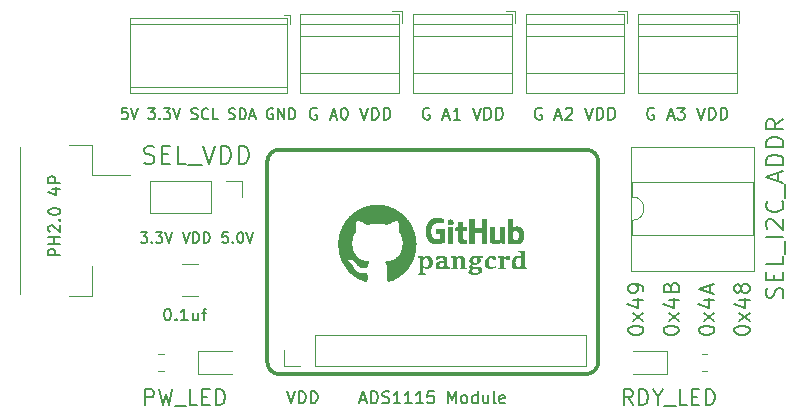
<source format=gbr>
%TF.GenerationSoftware,KiCad,Pcbnew,9.0.4*%
%TF.CreationDate,2025-09-26T20:26:33+07:00*%
%TF.ProjectId,ADS115ext,41445331-3135-4657-9874-2e6b69636164,rev?*%
%TF.SameCoordinates,Original*%
%TF.FileFunction,Legend,Top*%
%TF.FilePolarity,Positive*%
%FSLAX46Y46*%
G04 Gerber Fmt 4.6, Leading zero omitted, Abs format (unit mm)*
G04 Created by KiCad (PCBNEW 9.0.4) date 2025-09-26 20:26:33*
%MOMM*%
%LPD*%
G01*
G04 APERTURE LIST*
%ADD10C,0.300000*%
%ADD11C,0.150000*%
%ADD12C,0.200000*%
%ADD13C,0.120000*%
%ADD14C,0.000000*%
G04 APERTURE END LIST*
D10*
X151000000Y-89000000D02*
G75*
G02*
X152000000Y-88000000I1000000J0D01*
G01*
X178000000Y-107000000D02*
X152000000Y-107000000D01*
X178000000Y-88000000D02*
G75*
G02*
X179000000Y-89000000I0J-1000000D01*
G01*
X152000000Y-107000000D02*
G75*
G02*
X151000000Y-106000000I0J1000000D01*
G01*
X179000000Y-89000000D02*
X179000000Y-106000000D01*
X152000000Y-88000000D02*
X178000000Y-88000000D01*
X151000000Y-106000000D02*
X151000000Y-89000000D01*
X179000000Y-106000000D02*
G75*
G02*
X178000000Y-107000000I-1000000J0D01*
G01*
D11*
X184533104Y-103353697D02*
X184533104Y-103229887D01*
X184533104Y-103229887D02*
X184595009Y-103106078D01*
X184595009Y-103106078D02*
X184656914Y-103044173D01*
X184656914Y-103044173D02*
X184780723Y-102982268D01*
X184780723Y-102982268D02*
X185028342Y-102920363D01*
X185028342Y-102920363D02*
X185337866Y-102920363D01*
X185337866Y-102920363D02*
X185585485Y-102982268D01*
X185585485Y-102982268D02*
X185709295Y-103044173D01*
X185709295Y-103044173D02*
X185771200Y-103106078D01*
X185771200Y-103106078D02*
X185833104Y-103229887D01*
X185833104Y-103229887D02*
X185833104Y-103353697D01*
X185833104Y-103353697D02*
X185771200Y-103477506D01*
X185771200Y-103477506D02*
X185709295Y-103539411D01*
X185709295Y-103539411D02*
X185585485Y-103601316D01*
X185585485Y-103601316D02*
X185337866Y-103663220D01*
X185337866Y-103663220D02*
X185028342Y-103663220D01*
X185028342Y-103663220D02*
X184780723Y-103601316D01*
X184780723Y-103601316D02*
X184656914Y-103539411D01*
X184656914Y-103539411D02*
X184595009Y-103477506D01*
X184595009Y-103477506D02*
X184533104Y-103353697D01*
X185833104Y-102487030D02*
X184966438Y-101806078D01*
X184966438Y-102487030D02*
X185833104Y-101806078D01*
X184966438Y-100753697D02*
X185833104Y-100753697D01*
X184471200Y-101063221D02*
X185399771Y-101372744D01*
X185399771Y-101372744D02*
X185399771Y-100567983D01*
X185152152Y-99639411D02*
X185214057Y-99453697D01*
X185214057Y-99453697D02*
X185275961Y-99391792D01*
X185275961Y-99391792D02*
X185399771Y-99329888D01*
X185399771Y-99329888D02*
X185585485Y-99329888D01*
X185585485Y-99329888D02*
X185709295Y-99391792D01*
X185709295Y-99391792D02*
X185771200Y-99453697D01*
X185771200Y-99453697D02*
X185833104Y-99577507D01*
X185833104Y-99577507D02*
X185833104Y-100072745D01*
X185833104Y-100072745D02*
X184533104Y-100072745D01*
X184533104Y-100072745D02*
X184533104Y-99639411D01*
X184533104Y-99639411D02*
X184595009Y-99515602D01*
X184595009Y-99515602D02*
X184656914Y-99453697D01*
X184656914Y-99453697D02*
X184780723Y-99391792D01*
X184780723Y-99391792D02*
X184904533Y-99391792D01*
X184904533Y-99391792D02*
X185028342Y-99453697D01*
X185028342Y-99453697D02*
X185090247Y-99515602D01*
X185090247Y-99515602D02*
X185152152Y-99639411D01*
X185152152Y-99639411D02*
X185152152Y-100072745D01*
X181533104Y-103344173D02*
X181533104Y-103220363D01*
X181533104Y-103220363D02*
X181595009Y-103096554D01*
X181595009Y-103096554D02*
X181656914Y-103034649D01*
X181656914Y-103034649D02*
X181780723Y-102972744D01*
X181780723Y-102972744D02*
X182028342Y-102910839D01*
X182028342Y-102910839D02*
X182337866Y-102910839D01*
X182337866Y-102910839D02*
X182585485Y-102972744D01*
X182585485Y-102972744D02*
X182709295Y-103034649D01*
X182709295Y-103034649D02*
X182771200Y-103096554D01*
X182771200Y-103096554D02*
X182833104Y-103220363D01*
X182833104Y-103220363D02*
X182833104Y-103344173D01*
X182833104Y-103344173D02*
X182771200Y-103467982D01*
X182771200Y-103467982D02*
X182709295Y-103529887D01*
X182709295Y-103529887D02*
X182585485Y-103591792D01*
X182585485Y-103591792D02*
X182337866Y-103653696D01*
X182337866Y-103653696D02*
X182028342Y-103653696D01*
X182028342Y-103653696D02*
X181780723Y-103591792D01*
X181780723Y-103591792D02*
X181656914Y-103529887D01*
X181656914Y-103529887D02*
X181595009Y-103467982D01*
X181595009Y-103467982D02*
X181533104Y-103344173D01*
X182833104Y-102477506D02*
X181966438Y-101796554D01*
X181966438Y-102477506D02*
X182833104Y-101796554D01*
X181966438Y-100744173D02*
X182833104Y-100744173D01*
X181471200Y-101053697D02*
X182399771Y-101363220D01*
X182399771Y-101363220D02*
X182399771Y-100558459D01*
X182833104Y-100001316D02*
X182833104Y-99753697D01*
X182833104Y-99753697D02*
X182771200Y-99629887D01*
X182771200Y-99629887D02*
X182709295Y-99567983D01*
X182709295Y-99567983D02*
X182523580Y-99444173D01*
X182523580Y-99444173D02*
X182275961Y-99382268D01*
X182275961Y-99382268D02*
X181780723Y-99382268D01*
X181780723Y-99382268D02*
X181656914Y-99444173D01*
X181656914Y-99444173D02*
X181595009Y-99506078D01*
X181595009Y-99506078D02*
X181533104Y-99629887D01*
X181533104Y-99629887D02*
X181533104Y-99877506D01*
X181533104Y-99877506D02*
X181595009Y-100001316D01*
X181595009Y-100001316D02*
X181656914Y-100063221D01*
X181656914Y-100063221D02*
X181780723Y-100125125D01*
X181780723Y-100125125D02*
X182090247Y-100125125D01*
X182090247Y-100125125D02*
X182214057Y-100063221D01*
X182214057Y-100063221D02*
X182275961Y-100001316D01*
X182275961Y-100001316D02*
X182337866Y-99877506D01*
X182337866Y-99877506D02*
X182337866Y-99629887D01*
X182337866Y-99629887D02*
X182275961Y-99506078D01*
X182275961Y-99506078D02*
X182214057Y-99444173D01*
X182214057Y-99444173D02*
X182090247Y-99382268D01*
X190533104Y-103344173D02*
X190533104Y-103220363D01*
X190533104Y-103220363D02*
X190595009Y-103096554D01*
X190595009Y-103096554D02*
X190656914Y-103034649D01*
X190656914Y-103034649D02*
X190780723Y-102972744D01*
X190780723Y-102972744D02*
X191028342Y-102910839D01*
X191028342Y-102910839D02*
X191337866Y-102910839D01*
X191337866Y-102910839D02*
X191585485Y-102972744D01*
X191585485Y-102972744D02*
X191709295Y-103034649D01*
X191709295Y-103034649D02*
X191771200Y-103096554D01*
X191771200Y-103096554D02*
X191833104Y-103220363D01*
X191833104Y-103220363D02*
X191833104Y-103344173D01*
X191833104Y-103344173D02*
X191771200Y-103467982D01*
X191771200Y-103467982D02*
X191709295Y-103529887D01*
X191709295Y-103529887D02*
X191585485Y-103591792D01*
X191585485Y-103591792D02*
X191337866Y-103653696D01*
X191337866Y-103653696D02*
X191028342Y-103653696D01*
X191028342Y-103653696D02*
X190780723Y-103591792D01*
X190780723Y-103591792D02*
X190656914Y-103529887D01*
X190656914Y-103529887D02*
X190595009Y-103467982D01*
X190595009Y-103467982D02*
X190533104Y-103344173D01*
X191833104Y-102477506D02*
X190966438Y-101796554D01*
X190966438Y-102477506D02*
X191833104Y-101796554D01*
X190966438Y-100744173D02*
X191833104Y-100744173D01*
X190471200Y-101053697D02*
X191399771Y-101363220D01*
X191399771Y-101363220D02*
X191399771Y-100558459D01*
X191090247Y-99877506D02*
X191028342Y-100001316D01*
X191028342Y-100001316D02*
X190966438Y-100063221D01*
X190966438Y-100063221D02*
X190842628Y-100125125D01*
X190842628Y-100125125D02*
X190780723Y-100125125D01*
X190780723Y-100125125D02*
X190656914Y-100063221D01*
X190656914Y-100063221D02*
X190595009Y-100001316D01*
X190595009Y-100001316D02*
X190533104Y-99877506D01*
X190533104Y-99877506D02*
X190533104Y-99629887D01*
X190533104Y-99629887D02*
X190595009Y-99506078D01*
X190595009Y-99506078D02*
X190656914Y-99444173D01*
X190656914Y-99444173D02*
X190780723Y-99382268D01*
X190780723Y-99382268D02*
X190842628Y-99382268D01*
X190842628Y-99382268D02*
X190966438Y-99444173D01*
X190966438Y-99444173D02*
X191028342Y-99506078D01*
X191028342Y-99506078D02*
X191090247Y-99629887D01*
X191090247Y-99629887D02*
X191090247Y-99877506D01*
X191090247Y-99877506D02*
X191152152Y-100001316D01*
X191152152Y-100001316D02*
X191214057Y-100063221D01*
X191214057Y-100063221D02*
X191337866Y-100125125D01*
X191337866Y-100125125D02*
X191585485Y-100125125D01*
X191585485Y-100125125D02*
X191709295Y-100063221D01*
X191709295Y-100063221D02*
X191771200Y-100001316D01*
X191771200Y-100001316D02*
X191833104Y-99877506D01*
X191833104Y-99877506D02*
X191833104Y-99629887D01*
X191833104Y-99629887D02*
X191771200Y-99506078D01*
X191771200Y-99506078D02*
X191709295Y-99444173D01*
X191709295Y-99444173D02*
X191585485Y-99382268D01*
X191585485Y-99382268D02*
X191337866Y-99382268D01*
X191337866Y-99382268D02*
X191214057Y-99444173D01*
X191214057Y-99444173D02*
X191152152Y-99506078D01*
X191152152Y-99506078D02*
X191090247Y-99629887D01*
X187533104Y-103344173D02*
X187533104Y-103220363D01*
X187533104Y-103220363D02*
X187595009Y-103096554D01*
X187595009Y-103096554D02*
X187656914Y-103034649D01*
X187656914Y-103034649D02*
X187780723Y-102972744D01*
X187780723Y-102972744D02*
X188028342Y-102910839D01*
X188028342Y-102910839D02*
X188337866Y-102910839D01*
X188337866Y-102910839D02*
X188585485Y-102972744D01*
X188585485Y-102972744D02*
X188709295Y-103034649D01*
X188709295Y-103034649D02*
X188771200Y-103096554D01*
X188771200Y-103096554D02*
X188833104Y-103220363D01*
X188833104Y-103220363D02*
X188833104Y-103344173D01*
X188833104Y-103344173D02*
X188771200Y-103467982D01*
X188771200Y-103467982D02*
X188709295Y-103529887D01*
X188709295Y-103529887D02*
X188585485Y-103591792D01*
X188585485Y-103591792D02*
X188337866Y-103653696D01*
X188337866Y-103653696D02*
X188028342Y-103653696D01*
X188028342Y-103653696D02*
X187780723Y-103591792D01*
X187780723Y-103591792D02*
X187656914Y-103529887D01*
X187656914Y-103529887D02*
X187595009Y-103467982D01*
X187595009Y-103467982D02*
X187533104Y-103344173D01*
X188833104Y-102477506D02*
X187966438Y-101796554D01*
X187966438Y-102477506D02*
X188833104Y-101796554D01*
X187966438Y-100744173D02*
X188833104Y-100744173D01*
X187471200Y-101053697D02*
X188399771Y-101363220D01*
X188399771Y-101363220D02*
X188399771Y-100558459D01*
X188461676Y-100125125D02*
X188461676Y-99506078D01*
X188833104Y-100248935D02*
X187533104Y-99815602D01*
X187533104Y-99815602D02*
X188833104Y-99382268D01*
D12*
X140260149Y-94979457D02*
X140817292Y-94979457D01*
X140817292Y-94979457D02*
X140517292Y-95322314D01*
X140517292Y-95322314D02*
X140645863Y-95322314D01*
X140645863Y-95322314D02*
X140731578Y-95365171D01*
X140731578Y-95365171D02*
X140774435Y-95408028D01*
X140774435Y-95408028D02*
X140817292Y-95493742D01*
X140817292Y-95493742D02*
X140817292Y-95708028D01*
X140817292Y-95708028D02*
X140774435Y-95793742D01*
X140774435Y-95793742D02*
X140731578Y-95836600D01*
X140731578Y-95836600D02*
X140645863Y-95879457D01*
X140645863Y-95879457D02*
X140388720Y-95879457D01*
X140388720Y-95879457D02*
X140303006Y-95836600D01*
X140303006Y-95836600D02*
X140260149Y-95793742D01*
X141203006Y-95793742D02*
X141245863Y-95836600D01*
X141245863Y-95836600D02*
X141203006Y-95879457D01*
X141203006Y-95879457D02*
X141160149Y-95836600D01*
X141160149Y-95836600D02*
X141203006Y-95793742D01*
X141203006Y-95793742D02*
X141203006Y-95879457D01*
X141545863Y-94979457D02*
X142103006Y-94979457D01*
X142103006Y-94979457D02*
X141803006Y-95322314D01*
X141803006Y-95322314D02*
X141931577Y-95322314D01*
X141931577Y-95322314D02*
X142017292Y-95365171D01*
X142017292Y-95365171D02*
X142060149Y-95408028D01*
X142060149Y-95408028D02*
X142103006Y-95493742D01*
X142103006Y-95493742D02*
X142103006Y-95708028D01*
X142103006Y-95708028D02*
X142060149Y-95793742D01*
X142060149Y-95793742D02*
X142017292Y-95836600D01*
X142017292Y-95836600D02*
X141931577Y-95879457D01*
X141931577Y-95879457D02*
X141674434Y-95879457D01*
X141674434Y-95879457D02*
X141588720Y-95836600D01*
X141588720Y-95836600D02*
X141545863Y-95793742D01*
X142360149Y-94979457D02*
X142660149Y-95879457D01*
X142660149Y-95879457D02*
X142960149Y-94979457D01*
X143817292Y-94979457D02*
X144117292Y-95879457D01*
X144117292Y-95879457D02*
X144417292Y-94979457D01*
X144717292Y-95879457D02*
X144717292Y-94979457D01*
X144717292Y-94979457D02*
X144931578Y-94979457D01*
X144931578Y-94979457D02*
X145060149Y-95022314D01*
X145060149Y-95022314D02*
X145145864Y-95108028D01*
X145145864Y-95108028D02*
X145188721Y-95193742D01*
X145188721Y-95193742D02*
X145231578Y-95365171D01*
X145231578Y-95365171D02*
X145231578Y-95493742D01*
X145231578Y-95493742D02*
X145188721Y-95665171D01*
X145188721Y-95665171D02*
X145145864Y-95750885D01*
X145145864Y-95750885D02*
X145060149Y-95836600D01*
X145060149Y-95836600D02*
X144931578Y-95879457D01*
X144931578Y-95879457D02*
X144717292Y-95879457D01*
X145617292Y-95879457D02*
X145617292Y-94979457D01*
X145617292Y-94979457D02*
X145831578Y-94979457D01*
X145831578Y-94979457D02*
X145960149Y-95022314D01*
X145960149Y-95022314D02*
X146045864Y-95108028D01*
X146045864Y-95108028D02*
X146088721Y-95193742D01*
X146088721Y-95193742D02*
X146131578Y-95365171D01*
X146131578Y-95365171D02*
X146131578Y-95493742D01*
X146131578Y-95493742D02*
X146088721Y-95665171D01*
X146088721Y-95665171D02*
X146045864Y-95750885D01*
X146045864Y-95750885D02*
X145960149Y-95836600D01*
X145960149Y-95836600D02*
X145831578Y-95879457D01*
X145831578Y-95879457D02*
X145617292Y-95879457D01*
X147631578Y-94979457D02*
X147203006Y-94979457D01*
X147203006Y-94979457D02*
X147160149Y-95408028D01*
X147160149Y-95408028D02*
X147203006Y-95365171D01*
X147203006Y-95365171D02*
X147288721Y-95322314D01*
X147288721Y-95322314D02*
X147503006Y-95322314D01*
X147503006Y-95322314D02*
X147588721Y-95365171D01*
X147588721Y-95365171D02*
X147631578Y-95408028D01*
X147631578Y-95408028D02*
X147674435Y-95493742D01*
X147674435Y-95493742D02*
X147674435Y-95708028D01*
X147674435Y-95708028D02*
X147631578Y-95793742D01*
X147631578Y-95793742D02*
X147588721Y-95836600D01*
X147588721Y-95836600D02*
X147503006Y-95879457D01*
X147503006Y-95879457D02*
X147288721Y-95879457D01*
X147288721Y-95879457D02*
X147203006Y-95836600D01*
X147203006Y-95836600D02*
X147160149Y-95793742D01*
X148060149Y-95793742D02*
X148103006Y-95836600D01*
X148103006Y-95836600D02*
X148060149Y-95879457D01*
X148060149Y-95879457D02*
X148017292Y-95836600D01*
X148017292Y-95836600D02*
X148060149Y-95793742D01*
X148060149Y-95793742D02*
X148060149Y-95879457D01*
X148660149Y-94979457D02*
X148745863Y-94979457D01*
X148745863Y-94979457D02*
X148831577Y-95022314D01*
X148831577Y-95022314D02*
X148874435Y-95065171D01*
X148874435Y-95065171D02*
X148917292Y-95150885D01*
X148917292Y-95150885D02*
X148960149Y-95322314D01*
X148960149Y-95322314D02*
X148960149Y-95536600D01*
X148960149Y-95536600D02*
X148917292Y-95708028D01*
X148917292Y-95708028D02*
X148874435Y-95793742D01*
X148874435Y-95793742D02*
X148831577Y-95836600D01*
X148831577Y-95836600D02*
X148745863Y-95879457D01*
X148745863Y-95879457D02*
X148660149Y-95879457D01*
X148660149Y-95879457D02*
X148574435Y-95836600D01*
X148574435Y-95836600D02*
X148531577Y-95793742D01*
X148531577Y-95793742D02*
X148488720Y-95708028D01*
X148488720Y-95708028D02*
X148445863Y-95536600D01*
X148445863Y-95536600D02*
X148445863Y-95322314D01*
X148445863Y-95322314D02*
X148488720Y-95150885D01*
X148488720Y-95150885D02*
X148531577Y-95065171D01*
X148531577Y-95065171D02*
X148574435Y-95022314D01*
X148574435Y-95022314D02*
X148660149Y-94979457D01*
X149217292Y-94979457D02*
X149517292Y-95879457D01*
X149517292Y-95879457D02*
X149817292Y-94979457D01*
D11*
X133454819Y-96952380D02*
X132454819Y-96952380D01*
X132454819Y-96952380D02*
X132454819Y-96571428D01*
X132454819Y-96571428D02*
X132502438Y-96476190D01*
X132502438Y-96476190D02*
X132550057Y-96428571D01*
X132550057Y-96428571D02*
X132645295Y-96380952D01*
X132645295Y-96380952D02*
X132788152Y-96380952D01*
X132788152Y-96380952D02*
X132883390Y-96428571D01*
X132883390Y-96428571D02*
X132931009Y-96476190D01*
X132931009Y-96476190D02*
X132978628Y-96571428D01*
X132978628Y-96571428D02*
X132978628Y-96952380D01*
X133454819Y-95952380D02*
X132454819Y-95952380D01*
X132931009Y-95952380D02*
X132931009Y-95380952D01*
X133454819Y-95380952D02*
X132454819Y-95380952D01*
X132550057Y-94952380D02*
X132502438Y-94904761D01*
X132502438Y-94904761D02*
X132454819Y-94809523D01*
X132454819Y-94809523D02*
X132454819Y-94571428D01*
X132454819Y-94571428D02*
X132502438Y-94476190D01*
X132502438Y-94476190D02*
X132550057Y-94428571D01*
X132550057Y-94428571D02*
X132645295Y-94380952D01*
X132645295Y-94380952D02*
X132740533Y-94380952D01*
X132740533Y-94380952D02*
X132883390Y-94428571D01*
X132883390Y-94428571D02*
X133454819Y-94999999D01*
X133454819Y-94999999D02*
X133454819Y-94380952D01*
X133359580Y-93952380D02*
X133407200Y-93904761D01*
X133407200Y-93904761D02*
X133454819Y-93952380D01*
X133454819Y-93952380D02*
X133407200Y-93999999D01*
X133407200Y-93999999D02*
X133359580Y-93952380D01*
X133359580Y-93952380D02*
X133454819Y-93952380D01*
X132454819Y-93285714D02*
X132454819Y-93190476D01*
X132454819Y-93190476D02*
X132502438Y-93095238D01*
X132502438Y-93095238D02*
X132550057Y-93047619D01*
X132550057Y-93047619D02*
X132645295Y-93000000D01*
X132645295Y-93000000D02*
X132835771Y-92952381D01*
X132835771Y-92952381D02*
X133073866Y-92952381D01*
X133073866Y-92952381D02*
X133264342Y-93000000D01*
X133264342Y-93000000D02*
X133359580Y-93047619D01*
X133359580Y-93047619D02*
X133407200Y-93095238D01*
X133407200Y-93095238D02*
X133454819Y-93190476D01*
X133454819Y-93190476D02*
X133454819Y-93285714D01*
X133454819Y-93285714D02*
X133407200Y-93380952D01*
X133407200Y-93380952D02*
X133359580Y-93428571D01*
X133359580Y-93428571D02*
X133264342Y-93476190D01*
X133264342Y-93476190D02*
X133073866Y-93523809D01*
X133073866Y-93523809D02*
X132835771Y-93523809D01*
X132835771Y-93523809D02*
X132645295Y-93476190D01*
X132645295Y-93476190D02*
X132550057Y-93428571D01*
X132550057Y-93428571D02*
X132502438Y-93380952D01*
X132502438Y-93380952D02*
X132454819Y-93285714D01*
X132788152Y-91333333D02*
X133454819Y-91333333D01*
X132407200Y-91571428D02*
X133121485Y-91809523D01*
X133121485Y-91809523D02*
X133121485Y-91190476D01*
X133454819Y-90809523D02*
X132454819Y-90809523D01*
X132454819Y-90809523D02*
X132454819Y-90428571D01*
X132454819Y-90428571D02*
X132502438Y-90333333D01*
X132502438Y-90333333D02*
X132550057Y-90285714D01*
X132550057Y-90285714D02*
X132645295Y-90238095D01*
X132645295Y-90238095D02*
X132788152Y-90238095D01*
X132788152Y-90238095D02*
X132883390Y-90285714D01*
X132883390Y-90285714D02*
X132931009Y-90333333D01*
X132931009Y-90333333D02*
X132978628Y-90428571D01*
X132978628Y-90428571D02*
X132978628Y-90809523D01*
D12*
X155166666Y-84499838D02*
X155071428Y-84452219D01*
X155071428Y-84452219D02*
X154928571Y-84452219D01*
X154928571Y-84452219D02*
X154785714Y-84499838D01*
X154785714Y-84499838D02*
X154690476Y-84595076D01*
X154690476Y-84595076D02*
X154642857Y-84690314D01*
X154642857Y-84690314D02*
X154595238Y-84880790D01*
X154595238Y-84880790D02*
X154595238Y-85023647D01*
X154595238Y-85023647D02*
X154642857Y-85214123D01*
X154642857Y-85214123D02*
X154690476Y-85309361D01*
X154690476Y-85309361D02*
X154785714Y-85404600D01*
X154785714Y-85404600D02*
X154928571Y-85452219D01*
X154928571Y-85452219D02*
X155023809Y-85452219D01*
X155023809Y-85452219D02*
X155166666Y-85404600D01*
X155166666Y-85404600D02*
X155214285Y-85356980D01*
X155214285Y-85356980D02*
X155214285Y-85023647D01*
X155214285Y-85023647D02*
X155023809Y-85023647D01*
X156357143Y-85166504D02*
X156833333Y-85166504D01*
X156261905Y-85452219D02*
X156595238Y-84452219D01*
X156595238Y-84452219D02*
X156928571Y-85452219D01*
X157452381Y-84452219D02*
X157547619Y-84452219D01*
X157547619Y-84452219D02*
X157642857Y-84499838D01*
X157642857Y-84499838D02*
X157690476Y-84547457D01*
X157690476Y-84547457D02*
X157738095Y-84642695D01*
X157738095Y-84642695D02*
X157785714Y-84833171D01*
X157785714Y-84833171D02*
X157785714Y-85071266D01*
X157785714Y-85071266D02*
X157738095Y-85261742D01*
X157738095Y-85261742D02*
X157690476Y-85356980D01*
X157690476Y-85356980D02*
X157642857Y-85404600D01*
X157642857Y-85404600D02*
X157547619Y-85452219D01*
X157547619Y-85452219D02*
X157452381Y-85452219D01*
X157452381Y-85452219D02*
X157357143Y-85404600D01*
X157357143Y-85404600D02*
X157309524Y-85356980D01*
X157309524Y-85356980D02*
X157261905Y-85261742D01*
X157261905Y-85261742D02*
X157214286Y-85071266D01*
X157214286Y-85071266D02*
X157214286Y-84833171D01*
X157214286Y-84833171D02*
X157261905Y-84642695D01*
X157261905Y-84642695D02*
X157309524Y-84547457D01*
X157309524Y-84547457D02*
X157357143Y-84499838D01*
X157357143Y-84499838D02*
X157452381Y-84452219D01*
X158833334Y-84452219D02*
X159166667Y-85452219D01*
X159166667Y-85452219D02*
X159500000Y-84452219D01*
X159833334Y-85452219D02*
X159833334Y-84452219D01*
X159833334Y-84452219D02*
X160071429Y-84452219D01*
X160071429Y-84452219D02*
X160214286Y-84499838D01*
X160214286Y-84499838D02*
X160309524Y-84595076D01*
X160309524Y-84595076D02*
X160357143Y-84690314D01*
X160357143Y-84690314D02*
X160404762Y-84880790D01*
X160404762Y-84880790D02*
X160404762Y-85023647D01*
X160404762Y-85023647D02*
X160357143Y-85214123D01*
X160357143Y-85214123D02*
X160309524Y-85309361D01*
X160309524Y-85309361D02*
X160214286Y-85404600D01*
X160214286Y-85404600D02*
X160071429Y-85452219D01*
X160071429Y-85452219D02*
X159833334Y-85452219D01*
X160833334Y-85452219D02*
X160833334Y-84452219D01*
X160833334Y-84452219D02*
X161071429Y-84452219D01*
X161071429Y-84452219D02*
X161214286Y-84499838D01*
X161214286Y-84499838D02*
X161309524Y-84595076D01*
X161309524Y-84595076D02*
X161357143Y-84690314D01*
X161357143Y-84690314D02*
X161404762Y-84880790D01*
X161404762Y-84880790D02*
X161404762Y-85023647D01*
X161404762Y-85023647D02*
X161357143Y-85214123D01*
X161357143Y-85214123D02*
X161309524Y-85309361D01*
X161309524Y-85309361D02*
X161214286Y-85404600D01*
X161214286Y-85404600D02*
X161071429Y-85452219D01*
X161071429Y-85452219D02*
X160833334Y-85452219D01*
D11*
X142500000Y-101454819D02*
X142595238Y-101454819D01*
X142595238Y-101454819D02*
X142690476Y-101502438D01*
X142690476Y-101502438D02*
X142738095Y-101550057D01*
X142738095Y-101550057D02*
X142785714Y-101645295D01*
X142785714Y-101645295D02*
X142833333Y-101835771D01*
X142833333Y-101835771D02*
X142833333Y-102073866D01*
X142833333Y-102073866D02*
X142785714Y-102264342D01*
X142785714Y-102264342D02*
X142738095Y-102359580D01*
X142738095Y-102359580D02*
X142690476Y-102407200D01*
X142690476Y-102407200D02*
X142595238Y-102454819D01*
X142595238Y-102454819D02*
X142500000Y-102454819D01*
X142500000Y-102454819D02*
X142404762Y-102407200D01*
X142404762Y-102407200D02*
X142357143Y-102359580D01*
X142357143Y-102359580D02*
X142309524Y-102264342D01*
X142309524Y-102264342D02*
X142261905Y-102073866D01*
X142261905Y-102073866D02*
X142261905Y-101835771D01*
X142261905Y-101835771D02*
X142309524Y-101645295D01*
X142309524Y-101645295D02*
X142357143Y-101550057D01*
X142357143Y-101550057D02*
X142404762Y-101502438D01*
X142404762Y-101502438D02*
X142500000Y-101454819D01*
X143261905Y-102359580D02*
X143309524Y-102407200D01*
X143309524Y-102407200D02*
X143261905Y-102454819D01*
X143261905Y-102454819D02*
X143214286Y-102407200D01*
X143214286Y-102407200D02*
X143261905Y-102359580D01*
X143261905Y-102359580D02*
X143261905Y-102454819D01*
X144261904Y-102454819D02*
X143690476Y-102454819D01*
X143976190Y-102454819D02*
X143976190Y-101454819D01*
X143976190Y-101454819D02*
X143880952Y-101597676D01*
X143880952Y-101597676D02*
X143785714Y-101692914D01*
X143785714Y-101692914D02*
X143690476Y-101740533D01*
X145119047Y-101788152D02*
X145119047Y-102454819D01*
X144690476Y-101788152D02*
X144690476Y-102311961D01*
X144690476Y-102311961D02*
X144738095Y-102407200D01*
X144738095Y-102407200D02*
X144833333Y-102454819D01*
X144833333Y-102454819D02*
X144976190Y-102454819D01*
X144976190Y-102454819D02*
X145071428Y-102407200D01*
X145071428Y-102407200D02*
X145119047Y-102359580D01*
X145452381Y-101788152D02*
X145833333Y-101788152D01*
X145595238Y-102454819D02*
X145595238Y-101597676D01*
X145595238Y-101597676D02*
X145642857Y-101502438D01*
X145642857Y-101502438D02*
X145738095Y-101454819D01*
X145738095Y-101454819D02*
X145833333Y-101454819D01*
D12*
X139121429Y-84505957D02*
X138692857Y-84505957D01*
X138692857Y-84505957D02*
X138650000Y-84934528D01*
X138650000Y-84934528D02*
X138692857Y-84891671D01*
X138692857Y-84891671D02*
X138778572Y-84848814D01*
X138778572Y-84848814D02*
X138992857Y-84848814D01*
X138992857Y-84848814D02*
X139078572Y-84891671D01*
X139078572Y-84891671D02*
X139121429Y-84934528D01*
X139121429Y-84934528D02*
X139164286Y-85020242D01*
X139164286Y-85020242D02*
X139164286Y-85234528D01*
X139164286Y-85234528D02*
X139121429Y-85320242D01*
X139121429Y-85320242D02*
X139078572Y-85363100D01*
X139078572Y-85363100D02*
X138992857Y-85405957D01*
X138992857Y-85405957D02*
X138778572Y-85405957D01*
X138778572Y-85405957D02*
X138692857Y-85363100D01*
X138692857Y-85363100D02*
X138650000Y-85320242D01*
X139421429Y-84505957D02*
X139721429Y-85405957D01*
X139721429Y-85405957D02*
X140021429Y-84505957D01*
X140921429Y-84505957D02*
X141478572Y-84505957D01*
X141478572Y-84505957D02*
X141178572Y-84848814D01*
X141178572Y-84848814D02*
X141307143Y-84848814D01*
X141307143Y-84848814D02*
X141392858Y-84891671D01*
X141392858Y-84891671D02*
X141435715Y-84934528D01*
X141435715Y-84934528D02*
X141478572Y-85020242D01*
X141478572Y-85020242D02*
X141478572Y-85234528D01*
X141478572Y-85234528D02*
X141435715Y-85320242D01*
X141435715Y-85320242D02*
X141392858Y-85363100D01*
X141392858Y-85363100D02*
X141307143Y-85405957D01*
X141307143Y-85405957D02*
X141050000Y-85405957D01*
X141050000Y-85405957D02*
X140964286Y-85363100D01*
X140964286Y-85363100D02*
X140921429Y-85320242D01*
X141864286Y-85320242D02*
X141907143Y-85363100D01*
X141907143Y-85363100D02*
X141864286Y-85405957D01*
X141864286Y-85405957D02*
X141821429Y-85363100D01*
X141821429Y-85363100D02*
X141864286Y-85320242D01*
X141864286Y-85320242D02*
X141864286Y-85405957D01*
X142207143Y-84505957D02*
X142764286Y-84505957D01*
X142764286Y-84505957D02*
X142464286Y-84848814D01*
X142464286Y-84848814D02*
X142592857Y-84848814D01*
X142592857Y-84848814D02*
X142678572Y-84891671D01*
X142678572Y-84891671D02*
X142721429Y-84934528D01*
X142721429Y-84934528D02*
X142764286Y-85020242D01*
X142764286Y-85020242D02*
X142764286Y-85234528D01*
X142764286Y-85234528D02*
X142721429Y-85320242D01*
X142721429Y-85320242D02*
X142678572Y-85363100D01*
X142678572Y-85363100D02*
X142592857Y-85405957D01*
X142592857Y-85405957D02*
X142335714Y-85405957D01*
X142335714Y-85405957D02*
X142250000Y-85363100D01*
X142250000Y-85363100D02*
X142207143Y-85320242D01*
X143021429Y-84505957D02*
X143321429Y-85405957D01*
X143321429Y-85405957D02*
X143621429Y-84505957D01*
X144564286Y-85363100D02*
X144692858Y-85405957D01*
X144692858Y-85405957D02*
X144907143Y-85405957D01*
X144907143Y-85405957D02*
X144992858Y-85363100D01*
X144992858Y-85363100D02*
X145035715Y-85320242D01*
X145035715Y-85320242D02*
X145078572Y-85234528D01*
X145078572Y-85234528D02*
X145078572Y-85148814D01*
X145078572Y-85148814D02*
X145035715Y-85063100D01*
X145035715Y-85063100D02*
X144992858Y-85020242D01*
X144992858Y-85020242D02*
X144907143Y-84977385D01*
X144907143Y-84977385D02*
X144735715Y-84934528D01*
X144735715Y-84934528D02*
X144650000Y-84891671D01*
X144650000Y-84891671D02*
X144607143Y-84848814D01*
X144607143Y-84848814D02*
X144564286Y-84763100D01*
X144564286Y-84763100D02*
X144564286Y-84677385D01*
X144564286Y-84677385D02*
X144607143Y-84591671D01*
X144607143Y-84591671D02*
X144650000Y-84548814D01*
X144650000Y-84548814D02*
X144735715Y-84505957D01*
X144735715Y-84505957D02*
X144950000Y-84505957D01*
X144950000Y-84505957D02*
X145078572Y-84548814D01*
X145978572Y-85320242D02*
X145935715Y-85363100D01*
X145935715Y-85363100D02*
X145807143Y-85405957D01*
X145807143Y-85405957D02*
X145721429Y-85405957D01*
X145721429Y-85405957D02*
X145592858Y-85363100D01*
X145592858Y-85363100D02*
X145507143Y-85277385D01*
X145507143Y-85277385D02*
X145464286Y-85191671D01*
X145464286Y-85191671D02*
X145421429Y-85020242D01*
X145421429Y-85020242D02*
X145421429Y-84891671D01*
X145421429Y-84891671D02*
X145464286Y-84720242D01*
X145464286Y-84720242D02*
X145507143Y-84634528D01*
X145507143Y-84634528D02*
X145592858Y-84548814D01*
X145592858Y-84548814D02*
X145721429Y-84505957D01*
X145721429Y-84505957D02*
X145807143Y-84505957D01*
X145807143Y-84505957D02*
X145935715Y-84548814D01*
X145935715Y-84548814D02*
X145978572Y-84591671D01*
X146792858Y-85405957D02*
X146364286Y-85405957D01*
X146364286Y-85405957D02*
X146364286Y-84505957D01*
X147735714Y-85363100D02*
X147864286Y-85405957D01*
X147864286Y-85405957D02*
X148078571Y-85405957D01*
X148078571Y-85405957D02*
X148164286Y-85363100D01*
X148164286Y-85363100D02*
X148207143Y-85320242D01*
X148207143Y-85320242D02*
X148250000Y-85234528D01*
X148250000Y-85234528D02*
X148250000Y-85148814D01*
X148250000Y-85148814D02*
X148207143Y-85063100D01*
X148207143Y-85063100D02*
X148164286Y-85020242D01*
X148164286Y-85020242D02*
X148078571Y-84977385D01*
X148078571Y-84977385D02*
X147907143Y-84934528D01*
X147907143Y-84934528D02*
X147821428Y-84891671D01*
X147821428Y-84891671D02*
X147778571Y-84848814D01*
X147778571Y-84848814D02*
X147735714Y-84763100D01*
X147735714Y-84763100D02*
X147735714Y-84677385D01*
X147735714Y-84677385D02*
X147778571Y-84591671D01*
X147778571Y-84591671D02*
X147821428Y-84548814D01*
X147821428Y-84548814D02*
X147907143Y-84505957D01*
X147907143Y-84505957D02*
X148121428Y-84505957D01*
X148121428Y-84505957D02*
X148250000Y-84548814D01*
X148635714Y-85405957D02*
X148635714Y-84505957D01*
X148635714Y-84505957D02*
X148850000Y-84505957D01*
X148850000Y-84505957D02*
X148978571Y-84548814D01*
X148978571Y-84548814D02*
X149064286Y-84634528D01*
X149064286Y-84634528D02*
X149107143Y-84720242D01*
X149107143Y-84720242D02*
X149150000Y-84891671D01*
X149150000Y-84891671D02*
X149150000Y-85020242D01*
X149150000Y-85020242D02*
X149107143Y-85191671D01*
X149107143Y-85191671D02*
X149064286Y-85277385D01*
X149064286Y-85277385D02*
X148978571Y-85363100D01*
X148978571Y-85363100D02*
X148850000Y-85405957D01*
X148850000Y-85405957D02*
X148635714Y-85405957D01*
X149492857Y-85148814D02*
X149921429Y-85148814D01*
X149407143Y-85405957D02*
X149707143Y-84505957D01*
X149707143Y-84505957D02*
X150007143Y-85405957D01*
X151464286Y-84548814D02*
X151378572Y-84505957D01*
X151378572Y-84505957D02*
X151250000Y-84505957D01*
X151250000Y-84505957D02*
X151121429Y-84548814D01*
X151121429Y-84548814D02*
X151035714Y-84634528D01*
X151035714Y-84634528D02*
X150992857Y-84720242D01*
X150992857Y-84720242D02*
X150950000Y-84891671D01*
X150950000Y-84891671D02*
X150950000Y-85020242D01*
X150950000Y-85020242D02*
X150992857Y-85191671D01*
X150992857Y-85191671D02*
X151035714Y-85277385D01*
X151035714Y-85277385D02*
X151121429Y-85363100D01*
X151121429Y-85363100D02*
X151250000Y-85405957D01*
X151250000Y-85405957D02*
X151335714Y-85405957D01*
X151335714Y-85405957D02*
X151464286Y-85363100D01*
X151464286Y-85363100D02*
X151507143Y-85320242D01*
X151507143Y-85320242D02*
X151507143Y-85020242D01*
X151507143Y-85020242D02*
X151335714Y-85020242D01*
X151892857Y-85405957D02*
X151892857Y-84505957D01*
X151892857Y-84505957D02*
X152407143Y-85405957D01*
X152407143Y-85405957D02*
X152407143Y-84505957D01*
X152835714Y-85405957D02*
X152835714Y-84505957D01*
X152835714Y-84505957D02*
X153050000Y-84505957D01*
X153050000Y-84505957D02*
X153178571Y-84548814D01*
X153178571Y-84548814D02*
X153264286Y-84634528D01*
X153264286Y-84634528D02*
X153307143Y-84720242D01*
X153307143Y-84720242D02*
X153350000Y-84891671D01*
X153350000Y-84891671D02*
X153350000Y-85020242D01*
X153350000Y-85020242D02*
X153307143Y-85191671D01*
X153307143Y-85191671D02*
X153264286Y-85277385D01*
X153264286Y-85277385D02*
X153178571Y-85363100D01*
X153178571Y-85363100D02*
X153050000Y-85405957D01*
X153050000Y-85405957D02*
X152835714Y-85405957D01*
D11*
X152666667Y-108454819D02*
X153000000Y-109454819D01*
X153000000Y-109454819D02*
X153333333Y-108454819D01*
X153666667Y-109454819D02*
X153666667Y-108454819D01*
X153666667Y-108454819D02*
X153904762Y-108454819D01*
X153904762Y-108454819D02*
X154047619Y-108502438D01*
X154047619Y-108502438D02*
X154142857Y-108597676D01*
X154142857Y-108597676D02*
X154190476Y-108692914D01*
X154190476Y-108692914D02*
X154238095Y-108883390D01*
X154238095Y-108883390D02*
X154238095Y-109026247D01*
X154238095Y-109026247D02*
X154190476Y-109216723D01*
X154190476Y-109216723D02*
X154142857Y-109311961D01*
X154142857Y-109311961D02*
X154047619Y-109407200D01*
X154047619Y-109407200D02*
X153904762Y-109454819D01*
X153904762Y-109454819D02*
X153666667Y-109454819D01*
X154666667Y-109454819D02*
X154666667Y-108454819D01*
X154666667Y-108454819D02*
X154904762Y-108454819D01*
X154904762Y-108454819D02*
X155047619Y-108502438D01*
X155047619Y-108502438D02*
X155142857Y-108597676D01*
X155142857Y-108597676D02*
X155190476Y-108692914D01*
X155190476Y-108692914D02*
X155238095Y-108883390D01*
X155238095Y-108883390D02*
X155238095Y-109026247D01*
X155238095Y-109026247D02*
X155190476Y-109216723D01*
X155190476Y-109216723D02*
X155142857Y-109311961D01*
X155142857Y-109311961D02*
X155047619Y-109407200D01*
X155047619Y-109407200D02*
X154904762Y-109454819D01*
X154904762Y-109454819D02*
X154666667Y-109454819D01*
X158880952Y-109169104D02*
X159357142Y-109169104D01*
X158785714Y-109454819D02*
X159119047Y-108454819D01*
X159119047Y-108454819D02*
X159452380Y-109454819D01*
X159785714Y-109454819D02*
X159785714Y-108454819D01*
X159785714Y-108454819D02*
X160023809Y-108454819D01*
X160023809Y-108454819D02*
X160166666Y-108502438D01*
X160166666Y-108502438D02*
X160261904Y-108597676D01*
X160261904Y-108597676D02*
X160309523Y-108692914D01*
X160309523Y-108692914D02*
X160357142Y-108883390D01*
X160357142Y-108883390D02*
X160357142Y-109026247D01*
X160357142Y-109026247D02*
X160309523Y-109216723D01*
X160309523Y-109216723D02*
X160261904Y-109311961D01*
X160261904Y-109311961D02*
X160166666Y-109407200D01*
X160166666Y-109407200D02*
X160023809Y-109454819D01*
X160023809Y-109454819D02*
X159785714Y-109454819D01*
X160738095Y-109407200D02*
X160880952Y-109454819D01*
X160880952Y-109454819D02*
X161119047Y-109454819D01*
X161119047Y-109454819D02*
X161214285Y-109407200D01*
X161214285Y-109407200D02*
X161261904Y-109359580D01*
X161261904Y-109359580D02*
X161309523Y-109264342D01*
X161309523Y-109264342D02*
X161309523Y-109169104D01*
X161309523Y-109169104D02*
X161261904Y-109073866D01*
X161261904Y-109073866D02*
X161214285Y-109026247D01*
X161214285Y-109026247D02*
X161119047Y-108978628D01*
X161119047Y-108978628D02*
X160928571Y-108931009D01*
X160928571Y-108931009D02*
X160833333Y-108883390D01*
X160833333Y-108883390D02*
X160785714Y-108835771D01*
X160785714Y-108835771D02*
X160738095Y-108740533D01*
X160738095Y-108740533D02*
X160738095Y-108645295D01*
X160738095Y-108645295D02*
X160785714Y-108550057D01*
X160785714Y-108550057D02*
X160833333Y-108502438D01*
X160833333Y-108502438D02*
X160928571Y-108454819D01*
X160928571Y-108454819D02*
X161166666Y-108454819D01*
X161166666Y-108454819D02*
X161309523Y-108502438D01*
X162261904Y-109454819D02*
X161690476Y-109454819D01*
X161976190Y-109454819D02*
X161976190Y-108454819D01*
X161976190Y-108454819D02*
X161880952Y-108597676D01*
X161880952Y-108597676D02*
X161785714Y-108692914D01*
X161785714Y-108692914D02*
X161690476Y-108740533D01*
X163214285Y-109454819D02*
X162642857Y-109454819D01*
X162928571Y-109454819D02*
X162928571Y-108454819D01*
X162928571Y-108454819D02*
X162833333Y-108597676D01*
X162833333Y-108597676D02*
X162738095Y-108692914D01*
X162738095Y-108692914D02*
X162642857Y-108740533D01*
X164166666Y-109454819D02*
X163595238Y-109454819D01*
X163880952Y-109454819D02*
X163880952Y-108454819D01*
X163880952Y-108454819D02*
X163785714Y-108597676D01*
X163785714Y-108597676D02*
X163690476Y-108692914D01*
X163690476Y-108692914D02*
X163595238Y-108740533D01*
X165071428Y-108454819D02*
X164595238Y-108454819D01*
X164595238Y-108454819D02*
X164547619Y-108931009D01*
X164547619Y-108931009D02*
X164595238Y-108883390D01*
X164595238Y-108883390D02*
X164690476Y-108835771D01*
X164690476Y-108835771D02*
X164928571Y-108835771D01*
X164928571Y-108835771D02*
X165023809Y-108883390D01*
X165023809Y-108883390D02*
X165071428Y-108931009D01*
X165071428Y-108931009D02*
X165119047Y-109026247D01*
X165119047Y-109026247D02*
X165119047Y-109264342D01*
X165119047Y-109264342D02*
X165071428Y-109359580D01*
X165071428Y-109359580D02*
X165023809Y-109407200D01*
X165023809Y-109407200D02*
X164928571Y-109454819D01*
X164928571Y-109454819D02*
X164690476Y-109454819D01*
X164690476Y-109454819D02*
X164595238Y-109407200D01*
X164595238Y-109407200D02*
X164547619Y-109359580D01*
X166309524Y-109454819D02*
X166309524Y-108454819D01*
X166309524Y-108454819D02*
X166642857Y-109169104D01*
X166642857Y-109169104D02*
X166976190Y-108454819D01*
X166976190Y-108454819D02*
X166976190Y-109454819D01*
X167595238Y-109454819D02*
X167500000Y-109407200D01*
X167500000Y-109407200D02*
X167452381Y-109359580D01*
X167452381Y-109359580D02*
X167404762Y-109264342D01*
X167404762Y-109264342D02*
X167404762Y-108978628D01*
X167404762Y-108978628D02*
X167452381Y-108883390D01*
X167452381Y-108883390D02*
X167500000Y-108835771D01*
X167500000Y-108835771D02*
X167595238Y-108788152D01*
X167595238Y-108788152D02*
X167738095Y-108788152D01*
X167738095Y-108788152D02*
X167833333Y-108835771D01*
X167833333Y-108835771D02*
X167880952Y-108883390D01*
X167880952Y-108883390D02*
X167928571Y-108978628D01*
X167928571Y-108978628D02*
X167928571Y-109264342D01*
X167928571Y-109264342D02*
X167880952Y-109359580D01*
X167880952Y-109359580D02*
X167833333Y-109407200D01*
X167833333Y-109407200D02*
X167738095Y-109454819D01*
X167738095Y-109454819D02*
X167595238Y-109454819D01*
X168785714Y-109454819D02*
X168785714Y-108454819D01*
X168785714Y-109407200D02*
X168690476Y-109454819D01*
X168690476Y-109454819D02*
X168500000Y-109454819D01*
X168500000Y-109454819D02*
X168404762Y-109407200D01*
X168404762Y-109407200D02*
X168357143Y-109359580D01*
X168357143Y-109359580D02*
X168309524Y-109264342D01*
X168309524Y-109264342D02*
X168309524Y-108978628D01*
X168309524Y-108978628D02*
X168357143Y-108883390D01*
X168357143Y-108883390D02*
X168404762Y-108835771D01*
X168404762Y-108835771D02*
X168500000Y-108788152D01*
X168500000Y-108788152D02*
X168690476Y-108788152D01*
X168690476Y-108788152D02*
X168785714Y-108835771D01*
X169690476Y-108788152D02*
X169690476Y-109454819D01*
X169261905Y-108788152D02*
X169261905Y-109311961D01*
X169261905Y-109311961D02*
X169309524Y-109407200D01*
X169309524Y-109407200D02*
X169404762Y-109454819D01*
X169404762Y-109454819D02*
X169547619Y-109454819D01*
X169547619Y-109454819D02*
X169642857Y-109407200D01*
X169642857Y-109407200D02*
X169690476Y-109359580D01*
X170309524Y-109454819D02*
X170214286Y-109407200D01*
X170214286Y-109407200D02*
X170166667Y-109311961D01*
X170166667Y-109311961D02*
X170166667Y-108454819D01*
X171071429Y-109407200D02*
X170976191Y-109454819D01*
X170976191Y-109454819D02*
X170785715Y-109454819D01*
X170785715Y-109454819D02*
X170690477Y-109407200D01*
X170690477Y-109407200D02*
X170642858Y-109311961D01*
X170642858Y-109311961D02*
X170642858Y-108931009D01*
X170642858Y-108931009D02*
X170690477Y-108835771D01*
X170690477Y-108835771D02*
X170785715Y-108788152D01*
X170785715Y-108788152D02*
X170976191Y-108788152D01*
X170976191Y-108788152D02*
X171071429Y-108835771D01*
X171071429Y-108835771D02*
X171119048Y-108931009D01*
X171119048Y-108931009D02*
X171119048Y-109026247D01*
X171119048Y-109026247D02*
X170642858Y-109121485D01*
D12*
X194612100Y-100571427D02*
X194683528Y-100357142D01*
X194683528Y-100357142D02*
X194683528Y-99999999D01*
X194683528Y-99999999D02*
X194612100Y-99857142D01*
X194612100Y-99857142D02*
X194540671Y-99785713D01*
X194540671Y-99785713D02*
X194397814Y-99714284D01*
X194397814Y-99714284D02*
X194254957Y-99714284D01*
X194254957Y-99714284D02*
X194112100Y-99785713D01*
X194112100Y-99785713D02*
X194040671Y-99857142D01*
X194040671Y-99857142D02*
X193969242Y-99999999D01*
X193969242Y-99999999D02*
X193897814Y-100285713D01*
X193897814Y-100285713D02*
X193826385Y-100428570D01*
X193826385Y-100428570D02*
X193754957Y-100499999D01*
X193754957Y-100499999D02*
X193612100Y-100571427D01*
X193612100Y-100571427D02*
X193469242Y-100571427D01*
X193469242Y-100571427D02*
X193326385Y-100499999D01*
X193326385Y-100499999D02*
X193254957Y-100428570D01*
X193254957Y-100428570D02*
X193183528Y-100285713D01*
X193183528Y-100285713D02*
X193183528Y-99928570D01*
X193183528Y-99928570D02*
X193254957Y-99714284D01*
X193897814Y-99071428D02*
X193897814Y-98571428D01*
X194683528Y-98357142D02*
X194683528Y-99071428D01*
X194683528Y-99071428D02*
X193183528Y-99071428D01*
X193183528Y-99071428D02*
X193183528Y-98357142D01*
X194683528Y-96999999D02*
X194683528Y-97714285D01*
X194683528Y-97714285D02*
X193183528Y-97714285D01*
X194826385Y-96857142D02*
X194826385Y-95714284D01*
X194683528Y-95357142D02*
X193183528Y-95357142D01*
X193326385Y-94714284D02*
X193254957Y-94642856D01*
X193254957Y-94642856D02*
X193183528Y-94499999D01*
X193183528Y-94499999D02*
X193183528Y-94142856D01*
X193183528Y-94142856D02*
X193254957Y-93999999D01*
X193254957Y-93999999D02*
X193326385Y-93928570D01*
X193326385Y-93928570D02*
X193469242Y-93857141D01*
X193469242Y-93857141D02*
X193612100Y-93857141D01*
X193612100Y-93857141D02*
X193826385Y-93928570D01*
X193826385Y-93928570D02*
X194683528Y-94785713D01*
X194683528Y-94785713D02*
X194683528Y-93857141D01*
X194540671Y-92357142D02*
X194612100Y-92428570D01*
X194612100Y-92428570D02*
X194683528Y-92642856D01*
X194683528Y-92642856D02*
X194683528Y-92785713D01*
X194683528Y-92785713D02*
X194612100Y-92999999D01*
X194612100Y-92999999D02*
X194469242Y-93142856D01*
X194469242Y-93142856D02*
X194326385Y-93214285D01*
X194326385Y-93214285D02*
X194040671Y-93285713D01*
X194040671Y-93285713D02*
X193826385Y-93285713D01*
X193826385Y-93285713D02*
X193540671Y-93214285D01*
X193540671Y-93214285D02*
X193397814Y-93142856D01*
X193397814Y-93142856D02*
X193254957Y-92999999D01*
X193254957Y-92999999D02*
X193183528Y-92785713D01*
X193183528Y-92785713D02*
X193183528Y-92642856D01*
X193183528Y-92642856D02*
X193254957Y-92428570D01*
X193254957Y-92428570D02*
X193326385Y-92357142D01*
X194826385Y-92071428D02*
X194826385Y-90928570D01*
X194254957Y-90642856D02*
X194254957Y-89928571D01*
X194683528Y-90785713D02*
X193183528Y-90285713D01*
X193183528Y-90285713D02*
X194683528Y-89785713D01*
X194683528Y-89285714D02*
X193183528Y-89285714D01*
X193183528Y-89285714D02*
X193183528Y-88928571D01*
X193183528Y-88928571D02*
X193254957Y-88714285D01*
X193254957Y-88714285D02*
X193397814Y-88571428D01*
X193397814Y-88571428D02*
X193540671Y-88499999D01*
X193540671Y-88499999D02*
X193826385Y-88428571D01*
X193826385Y-88428571D02*
X194040671Y-88428571D01*
X194040671Y-88428571D02*
X194326385Y-88499999D01*
X194326385Y-88499999D02*
X194469242Y-88571428D01*
X194469242Y-88571428D02*
X194612100Y-88714285D01*
X194612100Y-88714285D02*
X194683528Y-88928571D01*
X194683528Y-88928571D02*
X194683528Y-89285714D01*
X194683528Y-87785714D02*
X193183528Y-87785714D01*
X193183528Y-87785714D02*
X193183528Y-87428571D01*
X193183528Y-87428571D02*
X193254957Y-87214285D01*
X193254957Y-87214285D02*
X193397814Y-87071428D01*
X193397814Y-87071428D02*
X193540671Y-86999999D01*
X193540671Y-86999999D02*
X193826385Y-86928571D01*
X193826385Y-86928571D02*
X194040671Y-86928571D01*
X194040671Y-86928571D02*
X194326385Y-86999999D01*
X194326385Y-86999999D02*
X194469242Y-87071428D01*
X194469242Y-87071428D02*
X194612100Y-87214285D01*
X194612100Y-87214285D02*
X194683528Y-87428571D01*
X194683528Y-87428571D02*
X194683528Y-87785714D01*
X194683528Y-85428571D02*
X193969242Y-85928571D01*
X194683528Y-86285714D02*
X193183528Y-86285714D01*
X193183528Y-86285714D02*
X193183528Y-85714285D01*
X193183528Y-85714285D02*
X193254957Y-85571428D01*
X193254957Y-85571428D02*
X193326385Y-85499999D01*
X193326385Y-85499999D02*
X193469242Y-85428571D01*
X193469242Y-85428571D02*
X193683528Y-85428571D01*
X193683528Y-85428571D02*
X193826385Y-85499999D01*
X193826385Y-85499999D02*
X193897814Y-85571428D01*
X193897814Y-85571428D02*
X193969242Y-85714285D01*
X193969242Y-85714285D02*
X193969242Y-86285714D01*
X183706666Y-84499838D02*
X183611428Y-84452219D01*
X183611428Y-84452219D02*
X183468571Y-84452219D01*
X183468571Y-84452219D02*
X183325714Y-84499838D01*
X183325714Y-84499838D02*
X183230476Y-84595076D01*
X183230476Y-84595076D02*
X183182857Y-84690314D01*
X183182857Y-84690314D02*
X183135238Y-84880790D01*
X183135238Y-84880790D02*
X183135238Y-85023647D01*
X183135238Y-85023647D02*
X183182857Y-85214123D01*
X183182857Y-85214123D02*
X183230476Y-85309361D01*
X183230476Y-85309361D02*
X183325714Y-85404600D01*
X183325714Y-85404600D02*
X183468571Y-85452219D01*
X183468571Y-85452219D02*
X183563809Y-85452219D01*
X183563809Y-85452219D02*
X183706666Y-85404600D01*
X183706666Y-85404600D02*
X183754285Y-85356980D01*
X183754285Y-85356980D02*
X183754285Y-85023647D01*
X183754285Y-85023647D02*
X183563809Y-85023647D01*
X184897143Y-85166504D02*
X185373333Y-85166504D01*
X184801905Y-85452219D02*
X185135238Y-84452219D01*
X185135238Y-84452219D02*
X185468571Y-85452219D01*
X185706667Y-84452219D02*
X186325714Y-84452219D01*
X186325714Y-84452219D02*
X185992381Y-84833171D01*
X185992381Y-84833171D02*
X186135238Y-84833171D01*
X186135238Y-84833171D02*
X186230476Y-84880790D01*
X186230476Y-84880790D02*
X186278095Y-84928409D01*
X186278095Y-84928409D02*
X186325714Y-85023647D01*
X186325714Y-85023647D02*
X186325714Y-85261742D01*
X186325714Y-85261742D02*
X186278095Y-85356980D01*
X186278095Y-85356980D02*
X186230476Y-85404600D01*
X186230476Y-85404600D02*
X186135238Y-85452219D01*
X186135238Y-85452219D02*
X185849524Y-85452219D01*
X185849524Y-85452219D02*
X185754286Y-85404600D01*
X185754286Y-85404600D02*
X185706667Y-85356980D01*
X187373334Y-84452219D02*
X187706667Y-85452219D01*
X187706667Y-85452219D02*
X188040000Y-84452219D01*
X188373334Y-85452219D02*
X188373334Y-84452219D01*
X188373334Y-84452219D02*
X188611429Y-84452219D01*
X188611429Y-84452219D02*
X188754286Y-84499838D01*
X188754286Y-84499838D02*
X188849524Y-84595076D01*
X188849524Y-84595076D02*
X188897143Y-84690314D01*
X188897143Y-84690314D02*
X188944762Y-84880790D01*
X188944762Y-84880790D02*
X188944762Y-85023647D01*
X188944762Y-85023647D02*
X188897143Y-85214123D01*
X188897143Y-85214123D02*
X188849524Y-85309361D01*
X188849524Y-85309361D02*
X188754286Y-85404600D01*
X188754286Y-85404600D02*
X188611429Y-85452219D01*
X188611429Y-85452219D02*
X188373334Y-85452219D01*
X189373334Y-85452219D02*
X189373334Y-84452219D01*
X189373334Y-84452219D02*
X189611429Y-84452219D01*
X189611429Y-84452219D02*
X189754286Y-84499838D01*
X189754286Y-84499838D02*
X189849524Y-84595076D01*
X189849524Y-84595076D02*
X189897143Y-84690314D01*
X189897143Y-84690314D02*
X189944762Y-84880790D01*
X189944762Y-84880790D02*
X189944762Y-85023647D01*
X189944762Y-85023647D02*
X189897143Y-85214123D01*
X189897143Y-85214123D02*
X189849524Y-85309361D01*
X189849524Y-85309361D02*
X189754286Y-85404600D01*
X189754286Y-85404600D02*
X189611429Y-85452219D01*
X189611429Y-85452219D02*
X189373334Y-85452219D01*
X174206666Y-84499838D02*
X174111428Y-84452219D01*
X174111428Y-84452219D02*
X173968571Y-84452219D01*
X173968571Y-84452219D02*
X173825714Y-84499838D01*
X173825714Y-84499838D02*
X173730476Y-84595076D01*
X173730476Y-84595076D02*
X173682857Y-84690314D01*
X173682857Y-84690314D02*
X173635238Y-84880790D01*
X173635238Y-84880790D02*
X173635238Y-85023647D01*
X173635238Y-85023647D02*
X173682857Y-85214123D01*
X173682857Y-85214123D02*
X173730476Y-85309361D01*
X173730476Y-85309361D02*
X173825714Y-85404600D01*
X173825714Y-85404600D02*
X173968571Y-85452219D01*
X173968571Y-85452219D02*
X174063809Y-85452219D01*
X174063809Y-85452219D02*
X174206666Y-85404600D01*
X174206666Y-85404600D02*
X174254285Y-85356980D01*
X174254285Y-85356980D02*
X174254285Y-85023647D01*
X174254285Y-85023647D02*
X174063809Y-85023647D01*
X175397143Y-85166504D02*
X175873333Y-85166504D01*
X175301905Y-85452219D02*
X175635238Y-84452219D01*
X175635238Y-84452219D02*
X175968571Y-85452219D01*
X176254286Y-84547457D02*
X176301905Y-84499838D01*
X176301905Y-84499838D02*
X176397143Y-84452219D01*
X176397143Y-84452219D02*
X176635238Y-84452219D01*
X176635238Y-84452219D02*
X176730476Y-84499838D01*
X176730476Y-84499838D02*
X176778095Y-84547457D01*
X176778095Y-84547457D02*
X176825714Y-84642695D01*
X176825714Y-84642695D02*
X176825714Y-84737933D01*
X176825714Y-84737933D02*
X176778095Y-84880790D01*
X176778095Y-84880790D02*
X176206667Y-85452219D01*
X176206667Y-85452219D02*
X176825714Y-85452219D01*
X177873334Y-84452219D02*
X178206667Y-85452219D01*
X178206667Y-85452219D02*
X178540000Y-84452219D01*
X178873334Y-85452219D02*
X178873334Y-84452219D01*
X178873334Y-84452219D02*
X179111429Y-84452219D01*
X179111429Y-84452219D02*
X179254286Y-84499838D01*
X179254286Y-84499838D02*
X179349524Y-84595076D01*
X179349524Y-84595076D02*
X179397143Y-84690314D01*
X179397143Y-84690314D02*
X179444762Y-84880790D01*
X179444762Y-84880790D02*
X179444762Y-85023647D01*
X179444762Y-85023647D02*
X179397143Y-85214123D01*
X179397143Y-85214123D02*
X179349524Y-85309361D01*
X179349524Y-85309361D02*
X179254286Y-85404600D01*
X179254286Y-85404600D02*
X179111429Y-85452219D01*
X179111429Y-85452219D02*
X178873334Y-85452219D01*
X179873334Y-85452219D02*
X179873334Y-84452219D01*
X179873334Y-84452219D02*
X180111429Y-84452219D01*
X180111429Y-84452219D02*
X180254286Y-84499838D01*
X180254286Y-84499838D02*
X180349524Y-84595076D01*
X180349524Y-84595076D02*
X180397143Y-84690314D01*
X180397143Y-84690314D02*
X180444762Y-84880790D01*
X180444762Y-84880790D02*
X180444762Y-85023647D01*
X180444762Y-85023647D02*
X180397143Y-85214123D01*
X180397143Y-85214123D02*
X180349524Y-85309361D01*
X180349524Y-85309361D02*
X180254286Y-85404600D01*
X180254286Y-85404600D02*
X180111429Y-85452219D01*
X180111429Y-85452219D02*
X179873334Y-85452219D01*
X164706666Y-84499838D02*
X164611428Y-84452219D01*
X164611428Y-84452219D02*
X164468571Y-84452219D01*
X164468571Y-84452219D02*
X164325714Y-84499838D01*
X164325714Y-84499838D02*
X164230476Y-84595076D01*
X164230476Y-84595076D02*
X164182857Y-84690314D01*
X164182857Y-84690314D02*
X164135238Y-84880790D01*
X164135238Y-84880790D02*
X164135238Y-85023647D01*
X164135238Y-85023647D02*
X164182857Y-85214123D01*
X164182857Y-85214123D02*
X164230476Y-85309361D01*
X164230476Y-85309361D02*
X164325714Y-85404600D01*
X164325714Y-85404600D02*
X164468571Y-85452219D01*
X164468571Y-85452219D02*
X164563809Y-85452219D01*
X164563809Y-85452219D02*
X164706666Y-85404600D01*
X164706666Y-85404600D02*
X164754285Y-85356980D01*
X164754285Y-85356980D02*
X164754285Y-85023647D01*
X164754285Y-85023647D02*
X164563809Y-85023647D01*
X165897143Y-85166504D02*
X166373333Y-85166504D01*
X165801905Y-85452219D02*
X166135238Y-84452219D01*
X166135238Y-84452219D02*
X166468571Y-85452219D01*
X167325714Y-85452219D02*
X166754286Y-85452219D01*
X167040000Y-85452219D02*
X167040000Y-84452219D01*
X167040000Y-84452219D02*
X166944762Y-84595076D01*
X166944762Y-84595076D02*
X166849524Y-84690314D01*
X166849524Y-84690314D02*
X166754286Y-84737933D01*
X168373334Y-84452219D02*
X168706667Y-85452219D01*
X168706667Y-85452219D02*
X169040000Y-84452219D01*
X169373334Y-85452219D02*
X169373334Y-84452219D01*
X169373334Y-84452219D02*
X169611429Y-84452219D01*
X169611429Y-84452219D02*
X169754286Y-84499838D01*
X169754286Y-84499838D02*
X169849524Y-84595076D01*
X169849524Y-84595076D02*
X169897143Y-84690314D01*
X169897143Y-84690314D02*
X169944762Y-84880790D01*
X169944762Y-84880790D02*
X169944762Y-85023647D01*
X169944762Y-85023647D02*
X169897143Y-85214123D01*
X169897143Y-85214123D02*
X169849524Y-85309361D01*
X169849524Y-85309361D02*
X169754286Y-85404600D01*
X169754286Y-85404600D02*
X169611429Y-85452219D01*
X169611429Y-85452219D02*
X169373334Y-85452219D01*
X170373334Y-85452219D02*
X170373334Y-84452219D01*
X170373334Y-84452219D02*
X170611429Y-84452219D01*
X170611429Y-84452219D02*
X170754286Y-84499838D01*
X170754286Y-84499838D02*
X170849524Y-84595076D01*
X170849524Y-84595076D02*
X170897143Y-84690314D01*
X170897143Y-84690314D02*
X170944762Y-84880790D01*
X170944762Y-84880790D02*
X170944762Y-85023647D01*
X170944762Y-85023647D02*
X170897143Y-85214123D01*
X170897143Y-85214123D02*
X170849524Y-85309361D01*
X170849524Y-85309361D02*
X170754286Y-85404600D01*
X170754286Y-85404600D02*
X170611429Y-85452219D01*
X170611429Y-85452219D02*
X170373334Y-85452219D01*
D11*
X181935714Y-109593604D02*
X181502381Y-108974557D01*
X181192857Y-109593604D02*
X181192857Y-108293604D01*
X181192857Y-108293604D02*
X181688095Y-108293604D01*
X181688095Y-108293604D02*
X181811905Y-108355509D01*
X181811905Y-108355509D02*
X181873810Y-108417414D01*
X181873810Y-108417414D02*
X181935714Y-108541223D01*
X181935714Y-108541223D02*
X181935714Y-108726938D01*
X181935714Y-108726938D02*
X181873810Y-108850747D01*
X181873810Y-108850747D02*
X181811905Y-108912652D01*
X181811905Y-108912652D02*
X181688095Y-108974557D01*
X181688095Y-108974557D02*
X181192857Y-108974557D01*
X182492857Y-109593604D02*
X182492857Y-108293604D01*
X182492857Y-108293604D02*
X182802381Y-108293604D01*
X182802381Y-108293604D02*
X182988095Y-108355509D01*
X182988095Y-108355509D02*
X183111905Y-108479319D01*
X183111905Y-108479319D02*
X183173810Y-108603128D01*
X183173810Y-108603128D02*
X183235714Y-108850747D01*
X183235714Y-108850747D02*
X183235714Y-109036461D01*
X183235714Y-109036461D02*
X183173810Y-109284080D01*
X183173810Y-109284080D02*
X183111905Y-109407890D01*
X183111905Y-109407890D02*
X182988095Y-109531700D01*
X182988095Y-109531700D02*
X182802381Y-109593604D01*
X182802381Y-109593604D02*
X182492857Y-109593604D01*
X184040476Y-108974557D02*
X184040476Y-109593604D01*
X183607143Y-108293604D02*
X184040476Y-108974557D01*
X184040476Y-108974557D02*
X184473810Y-108293604D01*
X184597620Y-109717414D02*
X185588096Y-109717414D01*
X186516667Y-109593604D02*
X185897619Y-109593604D01*
X185897619Y-109593604D02*
X185897619Y-108293604D01*
X186950000Y-108912652D02*
X187383334Y-108912652D01*
X187569048Y-109593604D02*
X186950000Y-109593604D01*
X186950000Y-109593604D02*
X186950000Y-108293604D01*
X186950000Y-108293604D02*
X187569048Y-108293604D01*
X188126190Y-109593604D02*
X188126190Y-108293604D01*
X188126190Y-108293604D02*
X188435714Y-108293604D01*
X188435714Y-108293604D02*
X188621428Y-108355509D01*
X188621428Y-108355509D02*
X188745238Y-108479319D01*
X188745238Y-108479319D02*
X188807143Y-108603128D01*
X188807143Y-108603128D02*
X188869047Y-108850747D01*
X188869047Y-108850747D02*
X188869047Y-109036461D01*
X188869047Y-109036461D02*
X188807143Y-109284080D01*
X188807143Y-109284080D02*
X188745238Y-109407890D01*
X188745238Y-109407890D02*
X188621428Y-109531700D01*
X188621428Y-109531700D02*
X188435714Y-109593604D01*
X188435714Y-109593604D02*
X188126190Y-109593604D01*
D12*
X140571429Y-89112100D02*
X140785715Y-89183528D01*
X140785715Y-89183528D02*
X141142857Y-89183528D01*
X141142857Y-89183528D02*
X141285715Y-89112100D01*
X141285715Y-89112100D02*
X141357143Y-89040671D01*
X141357143Y-89040671D02*
X141428572Y-88897814D01*
X141428572Y-88897814D02*
X141428572Y-88754957D01*
X141428572Y-88754957D02*
X141357143Y-88612100D01*
X141357143Y-88612100D02*
X141285715Y-88540671D01*
X141285715Y-88540671D02*
X141142857Y-88469242D01*
X141142857Y-88469242D02*
X140857143Y-88397814D01*
X140857143Y-88397814D02*
X140714286Y-88326385D01*
X140714286Y-88326385D02*
X140642857Y-88254957D01*
X140642857Y-88254957D02*
X140571429Y-88112100D01*
X140571429Y-88112100D02*
X140571429Y-87969242D01*
X140571429Y-87969242D02*
X140642857Y-87826385D01*
X140642857Y-87826385D02*
X140714286Y-87754957D01*
X140714286Y-87754957D02*
X140857143Y-87683528D01*
X140857143Y-87683528D02*
X141214286Y-87683528D01*
X141214286Y-87683528D02*
X141428572Y-87754957D01*
X142071428Y-88397814D02*
X142571428Y-88397814D01*
X142785714Y-89183528D02*
X142071428Y-89183528D01*
X142071428Y-89183528D02*
X142071428Y-87683528D01*
X142071428Y-87683528D02*
X142785714Y-87683528D01*
X144142857Y-89183528D02*
X143428571Y-89183528D01*
X143428571Y-89183528D02*
X143428571Y-87683528D01*
X144285715Y-89326385D02*
X145428572Y-89326385D01*
X145571429Y-87683528D02*
X146071429Y-89183528D01*
X146071429Y-89183528D02*
X146571429Y-87683528D01*
X147071428Y-89183528D02*
X147071428Y-87683528D01*
X147071428Y-87683528D02*
X147428571Y-87683528D01*
X147428571Y-87683528D02*
X147642857Y-87754957D01*
X147642857Y-87754957D02*
X147785714Y-87897814D01*
X147785714Y-87897814D02*
X147857143Y-88040671D01*
X147857143Y-88040671D02*
X147928571Y-88326385D01*
X147928571Y-88326385D02*
X147928571Y-88540671D01*
X147928571Y-88540671D02*
X147857143Y-88826385D01*
X147857143Y-88826385D02*
X147785714Y-88969242D01*
X147785714Y-88969242D02*
X147642857Y-89112100D01*
X147642857Y-89112100D02*
X147428571Y-89183528D01*
X147428571Y-89183528D02*
X147071428Y-89183528D01*
X148571428Y-89183528D02*
X148571428Y-87683528D01*
X148571428Y-87683528D02*
X148928571Y-87683528D01*
X148928571Y-87683528D02*
X149142857Y-87754957D01*
X149142857Y-87754957D02*
X149285714Y-87897814D01*
X149285714Y-87897814D02*
X149357143Y-88040671D01*
X149357143Y-88040671D02*
X149428571Y-88326385D01*
X149428571Y-88326385D02*
X149428571Y-88540671D01*
X149428571Y-88540671D02*
X149357143Y-88826385D01*
X149357143Y-88826385D02*
X149285714Y-88969242D01*
X149285714Y-88969242D02*
X149142857Y-89112100D01*
X149142857Y-89112100D02*
X148928571Y-89183528D01*
X148928571Y-89183528D02*
X148571428Y-89183528D01*
D11*
X140657143Y-109593604D02*
X140657143Y-108293604D01*
X140657143Y-108293604D02*
X141152381Y-108293604D01*
X141152381Y-108293604D02*
X141276191Y-108355509D01*
X141276191Y-108355509D02*
X141338096Y-108417414D01*
X141338096Y-108417414D02*
X141400000Y-108541223D01*
X141400000Y-108541223D02*
X141400000Y-108726938D01*
X141400000Y-108726938D02*
X141338096Y-108850747D01*
X141338096Y-108850747D02*
X141276191Y-108912652D01*
X141276191Y-108912652D02*
X141152381Y-108974557D01*
X141152381Y-108974557D02*
X140657143Y-108974557D01*
X141833334Y-108293604D02*
X142142858Y-109593604D01*
X142142858Y-109593604D02*
X142390477Y-108665033D01*
X142390477Y-108665033D02*
X142638096Y-109593604D01*
X142638096Y-109593604D02*
X142947620Y-108293604D01*
X143133334Y-109717414D02*
X144123810Y-109717414D01*
X145052381Y-109593604D02*
X144433333Y-109593604D01*
X144433333Y-109593604D02*
X144433333Y-108293604D01*
X145485714Y-108912652D02*
X145919048Y-108912652D01*
X146104762Y-109593604D02*
X145485714Y-109593604D01*
X145485714Y-109593604D02*
X145485714Y-108293604D01*
X145485714Y-108293604D02*
X146104762Y-108293604D01*
X146661904Y-109593604D02*
X146661904Y-108293604D01*
X146661904Y-108293604D02*
X146971428Y-108293604D01*
X146971428Y-108293604D02*
X147157142Y-108355509D01*
X147157142Y-108355509D02*
X147280952Y-108479319D01*
X147280952Y-108479319D02*
X147342857Y-108603128D01*
X147342857Y-108603128D02*
X147404761Y-108850747D01*
X147404761Y-108850747D02*
X147404761Y-109036461D01*
X147404761Y-109036461D02*
X147342857Y-109284080D01*
X147342857Y-109284080D02*
X147280952Y-109407890D01*
X147280952Y-109407890D02*
X147157142Y-109531700D01*
X147157142Y-109531700D02*
X146971428Y-109593604D01*
X146971428Y-109593604D02*
X146661904Y-109593604D01*
D13*
%TO.C, PH2.0 4P*%
X130040000Y-87750000D02*
X130040000Y-100250000D01*
X134160000Y-87640000D02*
X136160000Y-87640000D01*
X134160000Y-100360000D02*
X136160000Y-100360000D01*
X136160000Y-87640000D02*
X136160000Y-90140000D01*
X136160000Y-90140000D02*
X139400000Y-90140000D01*
X136160000Y-100360000D02*
X136160000Y-97860000D01*
%TO.C,R2*%
X141772936Y-105265000D02*
X142227064Y-105265000D01*
X141772936Y-106735000D02*
X142227064Y-106735000D01*
%TO.C,G A0 VDD*%
X153779000Y-83220000D02*
X153779000Y-76480000D01*
X162140000Y-76480000D02*
X153779000Y-76480000D01*
X162140000Y-77400000D02*
X153779000Y-77400000D01*
X162140000Y-78400000D02*
X153779000Y-78400000D01*
X162140000Y-81501000D02*
X153779000Y-81501000D01*
X162140000Y-83220000D02*
X153779000Y-83220000D01*
X162140000Y-83220000D02*
X162140000Y-76480000D01*
X162380000Y-76240000D02*
X161580000Y-76240000D01*
X162380000Y-77280000D02*
X162380000Y-76240000D01*
%TO.C,C1*%
X143726248Y-97640000D02*
X145148752Y-97640000D01*
X143726248Y-100360000D02*
X145148752Y-100360000D01*
%TO.C,R1*%
X187772936Y-105265000D02*
X188227064Y-105265000D01*
X187772936Y-106735000D02*
X188227064Y-106735000D01*
%TO.C,5V 3.3V SCL SDA GND*%
X139360000Y-83160000D02*
X139360000Y-76840000D01*
X152640000Y-76840000D02*
X139360000Y-76840000D01*
X152640000Y-77400000D02*
X139360000Y-77400000D01*
X152640000Y-82700000D02*
X139360000Y-82700000D01*
X152640000Y-83160000D02*
X139360000Y-83160000D01*
X152640000Y-83160000D02*
X152640000Y-76840000D01*
X152880000Y-76600000D02*
X152380000Y-76600000D01*
X152880000Y-77340000D02*
X152880000Y-76600000D01*
D14*
%TO.C,G\u002A\u002A\u002A*%
G36*
X166503195Y-94541702D02*
G01*
X166726102Y-94548245D01*
X166732148Y-95251261D01*
X166738194Y-95954276D01*
X166509241Y-95954276D01*
X166280288Y-95954276D01*
X166280288Y-95244717D01*
X166280288Y-94535158D01*
X166503195Y-94541702D01*
G37*
G36*
X166581291Y-93908380D02*
G01*
X166623191Y-93939367D01*
X166672071Y-93988646D01*
X166724804Y-94047581D01*
X166750888Y-94091368D01*
X166757168Y-94135987D01*
X166753197Y-94178123D01*
X166719753Y-94278333D01*
X166653300Y-94349795D01*
X166559275Y-94387089D01*
X166540977Y-94389638D01*
X166470557Y-94390888D01*
X166412848Y-94381740D01*
X166406030Y-94379197D01*
X166327346Y-94322129D01*
X166280886Y-94238219D01*
X166270298Y-94136319D01*
X166281065Y-94075887D01*
X166322951Y-93985188D01*
X166392008Y-93928849D01*
X166484874Y-93903073D01*
X166540375Y-93898654D01*
X166581291Y-93908380D01*
G37*
G36*
X169618181Y-94902611D02*
G01*
X169618181Y-95954276D01*
X169400990Y-95954276D01*
X169183798Y-95954276D01*
X169183798Y-95508461D01*
X169183798Y-95062647D01*
X168863726Y-95062647D01*
X168543654Y-95062647D01*
X168543654Y-95508461D01*
X168543654Y-95954276D01*
X168314801Y-95954276D01*
X168085947Y-95954276D01*
X168091893Y-94908326D01*
X168097839Y-93862377D01*
X168315031Y-93862377D01*
X168532223Y-93862377D01*
X168538478Y-94256751D01*
X168544734Y-94651126D01*
X168864266Y-94651126D01*
X169183798Y-94651126D01*
X169183798Y-94251036D01*
X169183798Y-93850946D01*
X169400990Y-93850946D01*
X169618181Y-93850946D01*
X169618181Y-94902611D01*
G37*
G36*
X170258326Y-95026176D02*
G01*
X170259405Y-95200769D01*
X170262546Y-95341780D01*
X170267604Y-95446065D01*
X170274436Y-95510479D01*
X170281561Y-95531554D01*
X170295209Y-95558233D01*
X170292352Y-95566050D01*
X170293755Y-95594581D01*
X170330800Y-95615699D01*
X170393806Y-95628049D01*
X170473094Y-95630274D01*
X170558982Y-95621016D01*
X170606975Y-95610139D01*
X170692709Y-95586330D01*
X170692709Y-95061572D01*
X170692709Y-94536814D01*
X170921332Y-94536814D01*
X171149955Y-94536814D01*
X171149955Y-95245545D01*
X171149955Y-95954276D01*
X171095657Y-95954276D01*
X171031994Y-95958910D01*
X170972296Y-95968088D01*
X170907443Y-95968334D01*
X170854602Y-95933271D01*
X170812264Y-95900925D01*
X170774073Y-95902600D01*
X170759537Y-95909492D01*
X170642672Y-95955779D01*
X170503500Y-95986008D01*
X170356560Y-95999180D01*
X170216388Y-95994296D01*
X170097520Y-95970356D01*
X170063696Y-95957316D01*
X169955697Y-95883956D01*
X169876539Y-95775987D01*
X169827618Y-95635372D01*
X169824739Y-95621145D01*
X169815474Y-95544502D01*
X169808894Y-95429150D01*
X169805220Y-95282039D01*
X169804670Y-95110119D01*
X169805637Y-95016922D01*
X169812511Y-94548245D01*
X170035418Y-94541702D01*
X170258326Y-94535158D01*
X170258326Y-95026176D01*
G37*
G36*
X167560576Y-94331054D02*
G01*
X167560576Y-94536814D01*
X167733005Y-94536814D01*
X167905433Y-94536814D01*
X167898756Y-94713997D01*
X167892079Y-94891180D01*
X167732043Y-94902611D01*
X167572007Y-94914042D01*
X167565651Y-95213643D01*
X167564328Y-95358097D01*
X167569544Y-95463547D01*
X167584501Y-95536591D01*
X167612402Y-95583830D01*
X167656449Y-95611861D01*
X167719843Y-95627283D01*
X167769309Y-95633311D01*
X167892079Y-95645635D01*
X167898843Y-95800123D01*
X167901382Y-95882522D01*
X167897629Y-95930978D01*
X167884090Y-95957187D01*
X167857270Y-95972843D01*
X167845914Y-95977305D01*
X167785661Y-95989744D01*
X167696977Y-95996314D01*
X167596783Y-95996975D01*
X167502002Y-95991687D01*
X167429555Y-95980409D01*
X167422067Y-95978322D01*
X167321737Y-95936948D01*
X167244011Y-95874905D01*
X167201424Y-95824350D01*
X167178752Y-95793428D01*
X167162004Y-95763828D01*
X167150047Y-95728070D01*
X167141750Y-95678673D01*
X167135978Y-95608154D01*
X167131600Y-95509032D01*
X167127482Y-95373825D01*
X167126192Y-95327403D01*
X167114761Y-94914042D01*
X167000450Y-94902611D01*
X166886138Y-94891180D01*
X166886138Y-94742575D01*
X166886138Y-94593970D01*
X167006165Y-94573608D01*
X167126192Y-94553246D01*
X167126192Y-94339269D01*
X167126192Y-94125293D01*
X167343384Y-94125293D01*
X167560576Y-94125293D01*
X167560576Y-94331054D01*
G37*
G36*
X170167404Y-97007312D02*
G01*
X170197351Y-97015279D01*
X170326912Y-97052943D01*
X170326912Y-97189478D01*
X170323487Y-97269510D01*
X170308925Y-97313758D01*
X170276798Y-97324384D01*
X170220676Y-97303554D01*
X170135111Y-97254036D01*
X170052896Y-97211695D01*
X169968124Y-97180779D01*
X169923412Y-97171304D01*
X169854350Y-97172519D01*
X169804426Y-97197696D01*
X169770546Y-97252039D01*
X169749614Y-97340752D01*
X169738535Y-97469039D01*
X169737893Y-97483232D01*
X169735484Y-97588910D01*
X169740140Y-97662511D01*
X169753550Y-97717368D01*
X169772766Y-97758630D01*
X169845396Y-97846767D01*
X169942401Y-97899905D01*
X170056750Y-97916273D01*
X170181410Y-97894104D01*
X170232244Y-97874206D01*
X170307453Y-97842272D01*
X170350067Y-97833076D01*
X170368097Y-97848329D01*
X170369551Y-97889742D01*
X170368370Y-97903286D01*
X170360048Y-97944879D01*
X170338296Y-97977261D01*
X170293694Y-98009546D01*
X170216821Y-98050849D01*
X170214769Y-98051891D01*
X170052629Y-98111476D01*
X169891042Y-98126113D01*
X169732496Y-98095595D01*
X169724200Y-98092704D01*
X169602844Y-98027080D01*
X169508063Y-97931113D01*
X169441366Y-97812703D01*
X169404264Y-97679751D01*
X169398268Y-97540158D01*
X169424889Y-97401824D01*
X169485639Y-97272651D01*
X169551504Y-97189603D01*
X169685646Y-97082083D01*
X169837275Y-97014710D01*
X169999993Y-96989211D01*
X170167404Y-97007312D01*
G37*
G36*
X171422063Y-96996685D02*
G01*
X171447164Y-97003240D01*
X171538614Y-97030639D01*
X171538614Y-97201188D01*
X171538614Y-97371738D01*
X171428602Y-97371738D01*
X171357051Y-97367755D01*
X171311817Y-97350267D01*
X171273790Y-97310960D01*
X171266443Y-97301205D01*
X171225062Y-97254751D01*
X171186456Y-97240976D01*
X171153547Y-97245831D01*
X171099573Y-97262155D01*
X171061403Y-97284707D01*
X171036540Y-97320792D01*
X171022483Y-97377720D01*
X171016735Y-97462799D01*
X171016797Y-97583335D01*
X171017878Y-97642599D01*
X171024212Y-97950978D01*
X171121377Y-97983335D01*
X171188763Y-98013209D01*
X171216824Y-98046772D01*
X171218542Y-98059511D01*
X171215885Y-98076369D01*
X171203402Y-98088250D01*
X171174320Y-98096019D01*
X171121867Y-98100542D01*
X171039270Y-98102683D01*
X170919758Y-98103309D01*
X170875607Y-98103331D01*
X170743427Y-98102938D01*
X170650237Y-98101215D01*
X170589304Y-98097349D01*
X170553897Y-98090524D01*
X170537283Y-98079927D01*
X170532732Y-98064743D01*
X170532673Y-98061841D01*
X170553227Y-98022723D01*
X170607732Y-97984617D01*
X170612691Y-97982192D01*
X170692709Y-97944035D01*
X170692709Y-97577498D01*
X170692709Y-97210962D01*
X170612691Y-97172804D01*
X170559002Y-97135096D01*
X170532188Y-97091849D01*
X170537845Y-97054513D01*
X170549820Y-97044170D01*
X170578842Y-97038031D01*
X170642341Y-97030076D01*
X170729174Y-97021602D01*
X170778443Y-97017531D01*
X170989919Y-97001087D01*
X170989919Y-97106394D01*
X170992153Y-97168609D01*
X170997820Y-97206410D01*
X171001409Y-97211702D01*
X171021837Y-97196166D01*
X171062094Y-97156225D01*
X171095369Y-97120418D01*
X171197267Y-97034240D01*
X171306396Y-96992919D01*
X171422063Y-96996685D01*
G37*
G36*
X171807826Y-94222458D02*
G01*
X171810686Y-94344937D01*
X171814498Y-94449543D01*
X171818872Y-94528565D01*
X171823415Y-94574291D01*
X171826108Y-94582539D01*
X171852304Y-94572781D01*
X171901277Y-94548773D01*
X171911261Y-94543505D01*
X171989087Y-94518133D01*
X172095041Y-94504289D01*
X172213015Y-94501927D01*
X172326901Y-94511002D01*
X172420591Y-94531470D01*
X172453105Y-94545031D01*
X172549274Y-94611720D01*
X172621673Y-94699975D01*
X172672783Y-94815337D01*
X172705088Y-94963352D01*
X172720774Y-95142665D01*
X172719822Y-95374944D01*
X172695044Y-95571469D01*
X172646759Y-95731297D01*
X172575285Y-95853481D01*
X172480944Y-95937076D01*
X172445877Y-95955569D01*
X172344604Y-95985111D01*
X172217390Y-95998685D01*
X172081136Y-95996309D01*
X171952739Y-95978002D01*
X171874522Y-95954919D01*
X171804309Y-95924757D01*
X171748882Y-95896158D01*
X171731633Y-95884602D01*
X171706327Y-95871276D01*
X171698786Y-95896503D01*
X171698650Y-95905752D01*
X171695213Y-95930492D01*
X171678545Y-95945010D01*
X171639105Y-95952001D01*
X171567353Y-95954161D01*
X171526952Y-95954276D01*
X171355254Y-95954276D01*
X171359204Y-95259376D01*
X171790099Y-95259376D01*
X171790099Y-95567824D01*
X171864401Y-95600119D01*
X171955394Y-95625956D01*
X172053754Y-95632696D01*
X172142567Y-95620674D01*
X172201192Y-95593423D01*
X172231432Y-95557977D01*
X172251816Y-95502882D01*
X172266345Y-95416329D01*
X172268991Y-95393378D01*
X172276064Y-95266567D01*
X172271350Y-95140616D01*
X172256040Y-95031156D01*
X172236417Y-94964686D01*
X172205531Y-94928292D01*
X172152177Y-94892386D01*
X172091399Y-94864125D01*
X172038239Y-94850668D01*
X172009667Y-94856795D01*
X171969277Y-94875908D01*
X171939218Y-94879748D01*
X171884181Y-94892687D01*
X171840910Y-94915338D01*
X171820430Y-94932184D01*
X171806342Y-94954371D01*
X171797454Y-94989957D01*
X171792578Y-95046999D01*
X171790523Y-95133555D01*
X171790099Y-95257683D01*
X171790099Y-95259376D01*
X171359204Y-95259376D01*
X171359214Y-95257683D01*
X171361200Y-94908326D01*
X171367146Y-93862377D01*
X171584338Y-93862377D01*
X171801530Y-93862377D01*
X171807826Y-94222458D01*
G37*
G36*
X172773177Y-97241761D02*
G01*
X172773177Y-97911964D01*
X172853195Y-97950122D01*
X172912687Y-97990382D01*
X172933213Y-98032229D01*
X172932740Y-98049165D01*
X172926867Y-98061808D01*
X172908918Y-98071793D01*
X172872213Y-98080758D01*
X172810074Y-98090340D01*
X172715823Y-98102176D01*
X172584563Y-98117693D01*
X172475967Y-98130484D01*
X172475967Y-98032404D01*
X172475967Y-97934325D01*
X172401665Y-98005995D01*
X172340071Y-98056827D01*
X172278013Y-98095314D01*
X172263003Y-98101929D01*
X172157553Y-98123157D01*
X172038127Y-98119452D01*
X171928071Y-98092291D01*
X171898638Y-98078883D01*
X171800129Y-98002550D01*
X171727751Y-97896779D01*
X171681838Y-97769883D01*
X171662724Y-97630178D01*
X171668343Y-97529121D01*
X171996361Y-97529121D01*
X172008571Y-97675444D01*
X172044812Y-97793046D01*
X172102552Y-97878245D01*
X172179257Y-97927364D01*
X172272394Y-97936720D01*
X172276580Y-97936195D01*
X172346734Y-97918149D01*
X172403267Y-97889373D01*
X172409155Y-97884533D01*
X172426645Y-97864539D01*
X172438808Y-97836367D01*
X172446588Y-97792165D01*
X172450932Y-97724080D01*
X172452783Y-97624259D01*
X172453105Y-97519245D01*
X172452417Y-97388337D01*
X172449863Y-97296219D01*
X172444705Y-97235971D01*
X172436205Y-97200671D01*
X172423625Y-97183400D01*
X172416942Y-97179854D01*
X172356770Y-97168487D01*
X172275652Y-97166604D01*
X172194675Y-97173411D01*
X172134924Y-97188112D01*
X172129586Y-97190684D01*
X172080008Y-97238904D01*
X172037818Y-97319597D01*
X172008213Y-97419563D01*
X171996389Y-97525603D01*
X171996361Y-97529121D01*
X171668343Y-97529121D01*
X171670742Y-97485975D01*
X171706225Y-97345589D01*
X171769507Y-97217334D01*
X171859801Y-97110534D01*
X171980396Y-97028753D01*
X172110817Y-96989399D01*
X172245013Y-96993385D01*
X172363497Y-97034519D01*
X172464536Y-97085959D01*
X172457157Y-96911247D01*
X172449778Y-96736535D01*
X172348561Y-96697880D01*
X172278606Y-96663515D01*
X172249094Y-96627801D01*
X172247344Y-96615391D01*
X172250562Y-96596533D01*
X172265352Y-96584013D01*
X172299417Y-96576546D01*
X172360463Y-96572848D01*
X172456194Y-96571635D01*
X172510261Y-96571558D01*
X172773177Y-96571558D01*
X172773177Y-97241761D01*
G37*
G36*
X165896509Y-96999829D02*
G01*
X165996492Y-97012407D01*
X166063150Y-97033275D01*
X166120018Y-97065691D01*
X166161616Y-97098363D01*
X166190517Y-97138896D01*
X166209295Y-97194895D01*
X166220521Y-97273968D01*
X166226769Y-97383718D01*
X166230536Y-97528079D01*
X166234715Y-97659399D01*
X166241100Y-97771211D01*
X166249068Y-97855857D01*
X166257997Y-97905677D01*
X166261913Y-97914408D01*
X166298919Y-97933186D01*
X166359938Y-97942917D01*
X166374536Y-97943295D01*
X166433084Y-97947289D01*
X166458499Y-97963582D01*
X166463186Y-97990186D01*
X166444123Y-98033050D01*
X166384012Y-98070118D01*
X166378744Y-98072359D01*
X166255023Y-98110667D01*
X166143074Y-98119995D01*
X166050067Y-98101417D01*
X165983173Y-98056004D01*
X165955829Y-98009125D01*
X165932664Y-97942675D01*
X165855616Y-98010325D01*
X165739387Y-98083570D01*
X165606429Y-98119397D01*
X165469725Y-98114655D01*
X165446767Y-98109516D01*
X165346455Y-98062380D01*
X165274577Y-97982250D01*
X165235139Y-97874784D01*
X165228708Y-97801541D01*
X165236536Y-97758151D01*
X165552596Y-97758151D01*
X165566951Y-97835467D01*
X165596078Y-97883056D01*
X165661172Y-97932206D01*
X165744802Y-97941711D01*
X165841841Y-97911055D01*
X165847040Y-97908414D01*
X165883554Y-97886524D01*
X165903766Y-97860030D01*
X165912474Y-97815926D01*
X165914473Y-97741202D01*
X165914491Y-97725516D01*
X165914491Y-97577498D01*
X165833739Y-97577498D01*
X165721741Y-97591705D01*
X165634527Y-97630438D01*
X165576633Y-97687864D01*
X165552596Y-97758151D01*
X165236536Y-97758151D01*
X165249676Y-97685310D01*
X165309629Y-97587319D01*
X165404467Y-97510495D01*
X165530092Y-97457767D01*
X165682402Y-97432067D01*
X165748740Y-97430004D01*
X165914491Y-97430771D01*
X165914491Y-97332667D01*
X165899969Y-97235412D01*
X165857531Y-97173424D01*
X165788867Y-97147129D01*
X165695669Y-97156949D01*
X165579628Y-97203310D01*
X165523165Y-97234564D01*
X165427085Y-97289594D01*
X165362832Y-97318483D01*
X165324076Y-97320287D01*
X165304489Y-97294064D01*
X165297744Y-97238873D01*
X165297209Y-97200909D01*
X165297209Y-97075805D01*
X165428668Y-97036453D01*
X165530264Y-97014385D01*
X165650620Y-97000882D01*
X165776960Y-96996008D01*
X165896509Y-96999829D01*
G37*
G36*
X164646753Y-96995143D02*
G01*
X164764289Y-97036405D01*
X164866426Y-97112156D01*
X164945122Y-97220384D01*
X164967330Y-97269928D01*
X164992032Y-97377249D01*
X164998306Y-97507505D01*
X164987186Y-97642256D01*
X164959705Y-97763060D01*
X164936547Y-97819717D01*
X164851139Y-97943180D01*
X164743275Y-98032448D01*
X164619828Y-98085016D01*
X164487668Y-98098382D01*
X164353667Y-98070040D01*
X164306575Y-98049285D01*
X164199820Y-97995238D01*
X164199820Y-98210133D01*
X164199820Y-98425028D01*
X164302700Y-98469127D01*
X164364312Y-98502255D01*
X164400686Y-98535210D01*
X164405580Y-98548333D01*
X164399828Y-98562033D01*
X164378281Y-98571711D01*
X164334508Y-98578027D01*
X164262074Y-98581639D01*
X164154546Y-98583206D01*
X164062646Y-98583439D01*
X163930416Y-98583037D01*
X163837184Y-98581293D01*
X163776226Y-98577401D01*
X163740818Y-98570554D01*
X163724236Y-98559947D01*
X163719756Y-98544771D01*
X163719712Y-98542307D01*
X163741644Y-98503425D01*
X163799730Y-98472240D01*
X163879748Y-98443305D01*
X163879748Y-97817552D01*
X163879748Y-97580347D01*
X164199820Y-97580347D01*
X164200598Y-97710947D01*
X164205597Y-97802709D01*
X164218813Y-97862520D01*
X164244242Y-97897268D01*
X164285880Y-97913839D01*
X164347722Y-97919120D01*
X164396747Y-97919737D01*
X164475616Y-97915399D01*
X164529044Y-97896818D01*
X164573873Y-97860216D01*
X164632535Y-97774705D01*
X164666068Y-97668418D01*
X164675622Y-97551891D01*
X164662349Y-97435660D01*
X164627399Y-97330262D01*
X164571925Y-97246230D01*
X164501274Y-97195794D01*
X164400863Y-97174865D01*
X164308394Y-97198941D01*
X164251260Y-97240244D01*
X164229980Y-97263044D01*
X164215536Y-97290313D01*
X164206614Y-97330741D01*
X164201899Y-97393016D01*
X164200078Y-97485827D01*
X164199820Y-97580347D01*
X163879748Y-97580347D01*
X163879748Y-97191799D01*
X163799730Y-97162864D01*
X163744127Y-97130998D01*
X163719898Y-97092928D01*
X163730443Y-97058842D01*
X163759721Y-97042986D01*
X163800456Y-97035666D01*
X163872964Y-97026707D01*
X163963412Y-97017765D01*
X163988344Y-97015631D01*
X164176957Y-97000037D01*
X164176957Y-97083007D01*
X164180392Y-97137083D01*
X164188875Y-97164955D01*
X164191086Y-97165977D01*
X164215321Y-97152187D01*
X164259967Y-97117403D01*
X164282156Y-97098421D01*
X164397645Y-97024139D01*
X164521858Y-96990383D01*
X164646753Y-96995143D01*
G37*
G36*
X167530687Y-97020172D02*
G01*
X167634652Y-97090030D01*
X167652025Y-97107648D01*
X167673145Y-97132444D01*
X167688587Y-97159161D01*
X167699525Y-97195369D01*
X167707131Y-97248642D01*
X167712580Y-97326552D01*
X167717044Y-97436670D01*
X167720612Y-97550295D01*
X167732043Y-97931068D01*
X167805465Y-97977190D01*
X167853740Y-98017204D01*
X167878818Y-98056853D01*
X167879767Y-98063322D01*
X167876237Y-98079475D01*
X167860134Y-98090616D01*
X167824439Y-98097657D01*
X167762132Y-98101511D01*
X167666196Y-98103090D01*
X167572007Y-98103331D01*
X167447950Y-98102955D01*
X167362469Y-98101132D01*
X167308418Y-98096816D01*
X167278648Y-98088962D01*
X167266013Y-98076525D01*
X167263366Y-98058459D01*
X167263366Y-98058193D01*
X167283835Y-98013903D01*
X167331953Y-97977588D01*
X167400540Y-97942121D01*
X167400540Y-97621596D01*
X167400232Y-97494466D01*
X167398442Y-97404670D01*
X167393865Y-97343819D01*
X167385202Y-97303522D01*
X167371148Y-97275391D01*
X167350402Y-97251036D01*
X167341646Y-97242178D01*
X167296062Y-97204760D01*
X167247979Y-97191284D01*
X167181622Y-97194683D01*
X167119680Y-97203042D01*
X167075001Y-97216491D01*
X167044766Y-97241770D01*
X167026156Y-97285622D01*
X167016352Y-97354787D01*
X167012533Y-97456007D01*
X167011881Y-97596022D01*
X167011881Y-97600530D01*
X167012107Y-97731162D01*
X167013562Y-97823713D01*
X167017410Y-97885825D01*
X167024817Y-97925140D01*
X167036948Y-97949303D01*
X167054968Y-97965955D01*
X167069037Y-97975486D01*
X167110439Y-98016731D01*
X167126192Y-98058133D01*
X167123561Y-98076590D01*
X167110814Y-98089201D01*
X167080670Y-98097073D01*
X167025849Y-98101313D01*
X166939070Y-98103029D01*
X166828983Y-98103331D01*
X166707629Y-98102936D01*
X166624715Y-98101009D01*
X166572957Y-98096437D01*
X166545071Y-98088108D01*
X166533775Y-98074907D01*
X166531773Y-98057913D01*
X166554324Y-98013056D01*
X166611791Y-97979062D01*
X166691809Y-97945628D01*
X166691809Y-97578295D01*
X166691809Y-97210962D01*
X166611791Y-97172804D01*
X166556224Y-97134361D01*
X166532736Y-97092791D01*
X166544288Y-97057703D01*
X166571782Y-97042986D01*
X166612517Y-97035666D01*
X166685025Y-97026707D01*
X166775473Y-97017765D01*
X166800405Y-97015631D01*
X166989019Y-97000037D01*
X166989019Y-97087284D01*
X166989019Y-97174532D01*
X167051890Y-97114311D01*
X167162993Y-97034942D01*
X167285839Y-96992728D01*
X167411409Y-96987772D01*
X167530687Y-97020172D01*
G37*
G36*
X165544757Y-93794880D02*
G01*
X165652938Y-93798721D01*
X165733831Y-93806166D01*
X165796636Y-93818067D01*
X165850551Y-93835279D01*
X165851590Y-93835678D01*
X165960155Y-93877566D01*
X165945273Y-93972852D01*
X165920289Y-94103584D01*
X165892618Y-94190735D01*
X165861389Y-94236412D01*
X165832900Y-94244458D01*
X165638492Y-94219066D01*
X165481021Y-94207194D01*
X165353658Y-94209129D01*
X165249571Y-94225159D01*
X165161930Y-94255575D01*
X165125497Y-94274339D01*
X165041519Y-94344038D01*
X164971375Y-94442397D01*
X164923215Y-94553997D01*
X164905188Y-94663415D01*
X164906377Y-94688951D01*
X164900374Y-94734805D01*
X164887038Y-94753171D01*
X164874483Y-94782221D01*
X164865732Y-94843150D01*
X164862826Y-94914042D01*
X164866359Y-94991882D01*
X164875572Y-95050314D01*
X164887038Y-95074912D01*
X164904615Y-95107197D01*
X164906501Y-95139133D01*
X164916141Y-95227117D01*
X164954175Y-95326502D01*
X165011963Y-95421872D01*
X165080862Y-95497813D01*
X165124443Y-95527900D01*
X165234534Y-95566986D01*
X165364416Y-95586111D01*
X165491433Y-95582309D01*
X165513117Y-95578798D01*
X165594419Y-95563545D01*
X165594419Y-95347389D01*
X165594419Y-95131234D01*
X165433459Y-95131234D01*
X165272498Y-95131234D01*
X165279138Y-94942620D01*
X165285778Y-94754006D01*
X165657290Y-94747724D01*
X166028803Y-94741442D01*
X166028803Y-95301547D01*
X166028803Y-95861653D01*
X165961349Y-95896534D01*
X165839204Y-95942839D01*
X165685763Y-95975417D01*
X165513586Y-95993485D01*
X165335232Y-95996260D01*
X165163259Y-95982960D01*
X165019242Y-95955261D01*
X164847839Y-95888733D01*
X164707938Y-95789389D01*
X164600427Y-95658031D01*
X164533172Y-95516179D01*
X164505460Y-95443410D01*
X164479950Y-95386382D01*
X164467523Y-95365020D01*
X164455121Y-95332150D01*
X164459280Y-95321398D01*
X164458896Y-95294637D01*
X164445391Y-95272712D01*
X164433568Y-95235518D01*
X164424862Y-95163172D01*
X164419261Y-95066141D01*
X164416753Y-94954890D01*
X164417325Y-94839884D01*
X164420965Y-94731590D01*
X164427660Y-94640473D01*
X164437399Y-94576999D01*
X164446240Y-94554348D01*
X164462858Y-94520504D01*
X164459713Y-94507119D01*
X164456017Y-94477359D01*
X164463653Y-94452067D01*
X164480473Y-94412586D01*
X164485539Y-94399640D01*
X164566280Y-94208368D01*
X164666164Y-94056115D01*
X164788163Y-93939129D01*
X164908171Y-93866213D01*
X164966958Y-93838342D01*
X165016239Y-93818732D01*
X165065873Y-93805931D01*
X165125722Y-93798487D01*
X165205645Y-93794949D01*
X165315503Y-93793866D01*
X165400090Y-93793790D01*
X165544757Y-93794880D01*
G37*
G36*
X168666905Y-96998512D02*
G01*
X168804202Y-97005061D01*
X168979710Y-97016504D01*
X168983753Y-97016787D01*
X169252385Y-97035598D01*
X169252385Y-97100788D01*
X169249686Y-97139095D01*
X169233815Y-97158388D01*
X169193114Y-97165175D01*
X169135627Y-97165977D01*
X169067585Y-97167871D01*
X169035871Y-97176029D01*
X169031160Y-97194163D01*
X169035128Y-97205986D01*
X169074449Y-97339710D01*
X169073593Y-97452952D01*
X169031284Y-97549264D01*
X168946243Y-97632198D01*
X168863726Y-97682570D01*
X168805008Y-97705288D01*
X168727502Y-97719083D01*
X168620030Y-97725618D01*
X168568189Y-97726552D01*
X168462758Y-97729058D01*
X168394031Y-97735068D01*
X168353030Y-97746112D01*
X168330777Y-97763718D01*
X168328252Y-97767410D01*
X168316497Y-97817060D01*
X168328978Y-97846130D01*
X168345809Y-97862938D01*
X168376849Y-97875253D01*
X168429584Y-97884251D01*
X168511498Y-97891111D01*
X168630076Y-97897008D01*
X168660364Y-97898236D01*
X168810072Y-97906167D01*
X168922127Y-97918019D01*
X169004575Y-97936168D01*
X169065460Y-97962992D01*
X169112829Y-98000867D01*
X169147449Y-98042136D01*
X169186701Y-98129809D01*
X169194603Y-98231759D01*
X169171155Y-98328997D01*
X169147402Y-98370286D01*
X169058820Y-98459373D01*
X168944705Y-98530917D01*
X168866415Y-98561530D01*
X168775384Y-98579738D01*
X168658318Y-98591607D01*
X168533566Y-98596360D01*
X168419477Y-98593221D01*
X168344002Y-98583642D01*
X168227314Y-98549664D01*
X168129201Y-98503518D01*
X168061755Y-98451214D01*
X168051324Y-98438198D01*
X168021614Y-98360401D01*
X168029243Y-98278496D01*
X168033326Y-98270937D01*
X168340439Y-98270937D01*
X168342239Y-98292271D01*
X168370115Y-98362547D01*
X168431866Y-98417984D01*
X168517137Y-98455331D01*
X168615573Y-98471336D01*
X168716817Y-98462748D01*
X168795597Y-98434597D01*
X168867946Y-98378512D01*
X168904614Y-98309120D01*
X168903092Y-98236098D01*
X168863726Y-98171918D01*
X168835698Y-98150006D01*
X168797902Y-98136335D01*
X168739848Y-98129074D01*
X168651046Y-98126393D01*
X168601614Y-98126193D01*
X168485390Y-98129097D01*
X168407921Y-98140695D01*
X168362446Y-98165315D01*
X168342206Y-98207286D01*
X168340439Y-98270937D01*
X168033326Y-98270937D01*
X168068949Y-98204981D01*
X168135469Y-98152356D01*
X168177874Y-98137621D01*
X168225292Y-98121674D01*
X168258177Y-98101655D01*
X168266663Y-98085431D01*
X168249548Y-98080468D01*
X168219097Y-98066865D01*
X168171160Y-98033030D01*
X168156749Y-98021280D01*
X168104723Y-97963598D01*
X168086779Y-97899697D01*
X168086408Y-97886139D01*
X168099286Y-97819126D01*
X168144481Y-97761720D01*
X168156749Y-97750998D01*
X168209447Y-97713061D01*
X168252371Y-97692838D01*
X168259630Y-97691810D01*
X168289617Y-97682516D01*
X168280628Y-97657739D01*
X168234737Y-97622137D01*
X168226349Y-97617063D01*
X168162274Y-97557980D01*
X168112081Y-97473807D01*
X168087304Y-97385117D01*
X168086408Y-97367411D01*
X168088945Y-97354279D01*
X168426989Y-97354279D01*
X168434217Y-97455404D01*
X168462779Y-97541313D01*
X168477711Y-97564235D01*
X168539166Y-97611565D01*
X168609545Y-97618349D01*
X168677889Y-97585217D01*
X168710170Y-97550848D01*
X168744228Y-97475135D01*
X168757142Y-97380125D01*
X168749313Y-97283325D01*
X168721142Y-97202240D01*
X168701562Y-97175143D01*
X168632683Y-97128585D01*
X168559960Y-97124317D01*
X168493234Y-97162104D01*
X168476727Y-97180491D01*
X168441143Y-97256466D01*
X168426989Y-97354279D01*
X168088945Y-97354279D01*
X168096574Y-97314780D01*
X168122308Y-97244209D01*
X168137848Y-97210830D01*
X168186747Y-97135064D01*
X168252771Y-97080135D01*
X168303554Y-97052223D01*
X168356952Y-97028713D01*
X168412843Y-97011960D01*
X168478370Y-97001590D01*
X168560676Y-96997231D01*
X168666905Y-96998512D01*
G37*
G36*
X160435362Y-92669895D02*
G01*
X160584996Y-92675598D01*
X160720148Y-92685154D01*
X160832195Y-92698152D01*
X160912518Y-92714184D01*
X160942489Y-92725405D01*
X160987002Y-92741109D01*
X161061143Y-92759225D01*
X161149239Y-92775947D01*
X161153346Y-92776616D01*
X161235408Y-92791978D01*
X161298137Y-92807638D01*
X161329285Y-92820479D01*
X161330312Y-92821673D01*
X161358805Y-92839954D01*
X161404689Y-92855245D01*
X161479753Y-92879992D01*
X161583506Y-92923186D01*
X161705352Y-92979878D01*
X161834694Y-93045122D01*
X161960935Y-93113968D01*
X161970747Y-93119577D01*
X162043706Y-93160437D01*
X162108025Y-93194753D01*
X162136498Y-93208855D01*
X162175857Y-93235357D01*
X162187938Y-93255960D01*
X162205711Y-93278179D01*
X162213937Y-93279388D01*
X162242297Y-93293231D01*
X162295473Y-93330148D01*
X162363766Y-93383224D01*
X162391119Y-93405736D01*
X162471855Y-93473037D01*
X162549360Y-93537354D01*
X162609279Y-93586782D01*
X162618522Y-93594350D01*
X162671763Y-93645866D01*
X162709636Y-93696747D01*
X162715120Y-93708056D01*
X162743731Y-93747860D01*
X162770361Y-93759496D01*
X162801119Y-93773358D01*
X162805220Y-93785609D01*
X162819179Y-93815040D01*
X162855803Y-93867280D01*
X162907215Y-93931107D01*
X162908100Y-93932145D01*
X162959654Y-93995867D01*
X162996566Y-94047939D01*
X163010976Y-94077253D01*
X163010981Y-94077499D01*
X163027178Y-94101344D01*
X163033843Y-94102431D01*
X163054592Y-94120738D01*
X163056705Y-94133925D01*
X163072823Y-94174336D01*
X163089691Y-94192795D01*
X163114915Y-94226288D01*
X163153771Y-94292639D01*
X163201946Y-94382904D01*
X163255125Y-94488137D01*
X163308991Y-94599394D01*
X163359230Y-94707729D01*
X163401527Y-94804197D01*
X163431566Y-94879853D01*
X163445033Y-94925752D01*
X163445364Y-94930078D01*
X163455480Y-94975322D01*
X163478533Y-95029903D01*
X163500843Y-95090493D01*
X163520139Y-95172381D01*
X163526892Y-95215415D01*
X163538122Y-95282863D01*
X163550851Y-95327010D01*
X163558660Y-95336994D01*
X163566388Y-95358453D01*
X163576442Y-95417470D01*
X163587722Y-95506007D01*
X163599129Y-95616028D01*
X163603611Y-95665748D01*
X163616276Y-95842572D01*
X163620530Y-95996361D01*
X163616419Y-96149016D01*
X163604918Y-96311608D01*
X163593681Y-96428244D01*
X163581584Y-96528810D01*
X163569882Y-96604354D01*
X163559834Y-96645926D01*
X163557332Y-96650432D01*
X163541153Y-96688415D01*
X163535804Y-96730450D01*
X163529017Y-96788337D01*
X163513181Y-96865293D01*
X163492897Y-96942663D01*
X163472765Y-97001791D01*
X163465047Y-97017372D01*
X163450980Y-97053881D01*
X163435599Y-97112726D01*
X163433982Y-97120252D01*
X163412947Y-97193401D01*
X163385833Y-97257231D01*
X163385725Y-97257426D01*
X163352495Y-97323559D01*
X163331264Y-97371738D01*
X163306274Y-97428622D01*
X163288731Y-97463187D01*
X163267205Y-97504849D01*
X163237169Y-97567332D01*
X163227147Y-97588929D01*
X163189789Y-97658640D01*
X163137555Y-97742405D01*
X163098056Y-97799425D01*
X163053203Y-97862871D01*
X163021768Y-97911398D01*
X163010981Y-97933248D01*
X162996370Y-97959393D01*
X162956834Y-98011378D01*
X162898817Y-98081776D01*
X162828765Y-98163161D01*
X162753122Y-98248106D01*
X162678333Y-98329183D01*
X162610842Y-98398967D01*
X162584162Y-98425097D01*
X162499975Y-98503315D01*
X162413674Y-98579674D01*
X162332760Y-98647964D01*
X162264735Y-98701977D01*
X162217101Y-98735504D01*
X162199487Y-98743475D01*
X162173111Y-98756394D01*
X162125295Y-98789074D01*
X162099779Y-98808370D01*
X162031381Y-98857176D01*
X161963727Y-98898733D01*
X161947884Y-98907044D01*
X161884646Y-98939059D01*
X161833573Y-98966186D01*
X161719948Y-99024796D01*
X161599616Y-99079496D01*
X161484338Y-99125570D01*
X161385874Y-99158303D01*
X161318484Y-99172758D01*
X161269731Y-99176326D01*
X161230772Y-99173625D01*
X161200439Y-99160122D01*
X161177563Y-99131285D01*
X161160974Y-99082583D01*
X161149504Y-99009483D01*
X161141984Y-98907454D01*
X161137245Y-98771964D01*
X161134117Y-98598480D01*
X161132246Y-98450753D01*
X161128980Y-98241578D01*
X161124640Y-98075877D01*
X161119107Y-97951410D01*
X161112262Y-97865935D01*
X161103988Y-97817213D01*
X161098051Y-97804442D01*
X161080744Y-97764449D01*
X161083179Y-97746626D01*
X161076911Y-97712020D01*
X161047660Y-97658440D01*
X161024237Y-97626095D01*
X160983162Y-97569977D01*
X160957587Y-97526840D01*
X160953375Y-97513783D01*
X160974895Y-97484787D01*
X161036390Y-97467476D01*
X161109565Y-97463046D01*
X161184393Y-97454249D01*
X161250382Y-97433154D01*
X161252712Y-97431970D01*
X161315938Y-97406801D01*
X161392185Y-97386144D01*
X161401317Y-97384340D01*
X161464341Y-97369613D01*
X161508118Y-97354129D01*
X161513501Y-97350948D01*
X161548178Y-97334184D01*
X161608048Y-97311958D01*
X161633528Y-97303610D01*
X161691951Y-97282431D01*
X161726593Y-97264548D01*
X161730693Y-97259348D01*
X161749231Y-97241620D01*
X161793970Y-97217720D01*
X161795385Y-97217090D01*
X161849611Y-97182520D01*
X161921908Y-97122599D01*
X162001989Y-97047560D01*
X162079564Y-96967633D01*
X162144345Y-96893050D01*
X162186043Y-96834043D01*
X162191576Y-96823104D01*
X162216013Y-96776236D01*
X162234562Y-96754622D01*
X162235585Y-96754456D01*
X162249974Y-96734799D01*
X162270482Y-96685166D01*
X162279846Y-96657291D01*
X162302656Y-96592151D01*
X162323343Y-96544604D01*
X162328959Y-96535249D01*
X162340672Y-96501977D01*
X162355121Y-96436138D01*
X162369584Y-96350560D01*
X162372618Y-96329488D01*
X162387125Y-96238610D01*
X162402695Y-96162015D01*
X162416377Y-96113856D01*
X162418614Y-96108907D01*
X162428347Y-96068695D01*
X162434953Y-95999360D01*
X162438405Y-95913248D01*
X162438678Y-95822704D01*
X162435746Y-95740072D01*
X162429584Y-95677699D01*
X162420166Y-95647930D01*
X162419572Y-95647496D01*
X162406463Y-95619780D01*
X162393083Y-95560771D01*
X162384765Y-95503032D01*
X162368388Y-95416334D01*
X162342646Y-95337577D01*
X162324749Y-95302475D01*
X162294264Y-95247607D01*
X162279734Y-95204521D01*
X162279538Y-95201292D01*
X162265525Y-95167445D01*
X162229258Y-95112605D01*
X162187494Y-95059490D01*
X162136714Y-94995934D01*
X162111225Y-94949950D01*
X162105018Y-94905774D01*
X162110479Y-94857467D01*
X162124259Y-94796286D01*
X162140500Y-94757110D01*
X162145217Y-94752150D01*
X162154631Y-94724710D01*
X162160956Y-94664512D01*
X162164191Y-94584418D01*
X162164336Y-94497289D01*
X162161391Y-94415987D01*
X162155357Y-94353375D01*
X162146232Y-94322313D01*
X162145217Y-94321478D01*
X162129519Y-94293041D01*
X162114261Y-94236743D01*
X162110195Y-94214385D01*
X162091740Y-94123694D01*
X162065958Y-94069534D01*
X162023494Y-94042759D01*
X161954995Y-94034219D01*
X161925567Y-94033844D01*
X161854616Y-94037242D01*
X161804350Y-94045978D01*
X161789673Y-94053753D01*
X161760587Y-94071710D01*
X161707232Y-94087681D01*
X161704943Y-94088148D01*
X161638132Y-94109245D01*
X161546602Y-94148023D01*
X161444212Y-94197616D01*
X161344817Y-94251153D01*
X161262275Y-94301769D01*
X161235638Y-94320754D01*
X161177605Y-94357441D01*
X161121983Y-94368287D01*
X161062939Y-94362651D01*
X160996431Y-94349043D01*
X160948359Y-94333052D01*
X160939683Y-94328000D01*
X160898336Y-94313811D01*
X160819143Y-94302295D01*
X160709896Y-94293447D01*
X160578383Y-94287264D01*
X160432394Y-94283741D01*
X160279720Y-94282873D01*
X160128150Y-94284657D01*
X159985475Y-94289088D01*
X159859483Y-94296161D01*
X159757965Y-94305873D01*
X159688710Y-94318218D01*
X159663231Y-94328710D01*
X159595333Y-94358375D01*
X159510038Y-94365659D01*
X159430217Y-94349845D01*
X159404834Y-94336818D01*
X159287650Y-94264496D01*
X159164332Y-94197311D01*
X159047142Y-94141320D01*
X158948340Y-94102578D01*
X158907200Y-94091017D01*
X158840357Y-94072260D01*
X158791348Y-94053299D01*
X158737308Y-94040045D01*
X158666555Y-94037229D01*
X158655977Y-94037930D01*
X158591238Y-94050844D01*
X158548097Y-94084925D01*
X158521448Y-94125293D01*
X158503088Y-94161837D01*
X158490195Y-94203388D01*
X158481794Y-94258569D01*
X158476911Y-94336006D01*
X158474574Y-94444322D01*
X158473921Y-94546317D01*
X158474525Y-94687751D01*
X158477662Y-94788543D01*
X158483731Y-94853722D01*
X158493131Y-94888322D01*
X158501721Y-94896980D01*
X158509215Y-94918193D01*
X158482280Y-94966432D01*
X158461712Y-94993648D01*
X158421506Y-95047126D01*
X158396675Y-95085378D01*
X158392799Y-95095005D01*
X158381427Y-95121315D01*
X158352779Y-95170757D01*
X158337734Y-95194595D01*
X158298310Y-95268727D01*
X158270106Y-95344828D01*
X158266507Y-95359856D01*
X158248403Y-95423306D01*
X158226173Y-95469680D01*
X158224407Y-95472001D01*
X158214554Y-95506865D01*
X158206950Y-95577995D01*
X158201598Y-95675989D01*
X158198501Y-95791444D01*
X158197661Y-95914957D01*
X158199082Y-96037126D01*
X158202765Y-96148546D01*
X158208714Y-96239817D01*
X158216932Y-96301534D01*
X158224163Y-96322280D01*
X158242903Y-96363534D01*
X158259959Y-96429807D01*
X158265110Y-96459875D01*
X158281374Y-96533722D01*
X158304106Y-96593876D01*
X158312992Y-96608480D01*
X158339451Y-96657568D01*
X158346347Y-96687512D01*
X158359883Y-96725989D01*
X158393413Y-96782873D01*
X158415025Y-96813254D01*
X158454823Y-96870257D01*
X158479608Y-96914217D01*
X158483612Y-96927154D01*
X158500288Y-96958700D01*
X158540229Y-97004415D01*
X158589904Y-97051326D01*
X158635777Y-97086462D01*
X158661223Y-97097390D01*
X158693939Y-97114245D01*
X158717290Y-97139853D01*
X158754828Y-97173238D01*
X158823095Y-97217430D01*
X158910335Y-97266333D01*
X159004793Y-97313850D01*
X159094714Y-97353882D01*
X159168341Y-97380332D01*
X159191758Y-97385957D01*
X159253410Y-97401213D01*
X159296190Y-97419096D01*
X159298942Y-97421058D01*
X159333862Y-97433581D01*
X159399726Y-97446250D01*
X159476861Y-97455745D01*
X159555443Y-97465344D01*
X159614016Y-97476733D01*
X159639491Y-97487177D01*
X159635127Y-97514779D01*
X159613253Y-97569897D01*
X159581599Y-97634729D01*
X159545394Y-97711706D01*
X159520552Y-97780114D01*
X159513051Y-97818710D01*
X159491171Y-97875597D01*
X159429097Y-97936416D01*
X159386516Y-97966416D01*
X159346205Y-97985235D01*
X159295938Y-97995457D01*
X159223489Y-97999666D01*
X159126172Y-98000450D01*
X159019395Y-97999099D01*
X158946434Y-97993646D01*
X158895423Y-97981996D01*
X158854497Y-97962050D01*
X158835084Y-97949010D01*
X158783609Y-97915786D01*
X158747027Y-97898340D01*
X158742404Y-97897570D01*
X158712057Y-97880499D01*
X158666742Y-97837107D01*
X158616841Y-97779130D01*
X158572736Y-97718303D01*
X158551702Y-97682008D01*
X158504050Y-97611057D01*
X158430495Y-97528938D01*
X158344226Y-97448196D01*
X158258436Y-97381375D01*
X158198470Y-97346119D01*
X158104418Y-97315715D01*
X158007251Y-97304894D01*
X157923016Y-97314278D01*
X157879569Y-97333760D01*
X157854820Y-97361220D01*
X157856815Y-97393373D01*
X157888998Y-97435981D01*
X157954817Y-97494806D01*
X157995316Y-97527308D01*
X158076209Y-97597185D01*
X158152652Y-97673988D01*
X158216965Y-97748771D01*
X158261468Y-97812590D01*
X158278480Y-97856500D01*
X158278488Y-97857116D01*
X158294750Y-97900674D01*
X158311311Y-97919213D01*
X158339763Y-97960434D01*
X158359364Y-98015789D01*
X158381111Y-98060740D01*
X158425824Y-98122854D01*
X158484541Y-98192437D01*
X158548303Y-98259794D01*
X158608150Y-98315233D01*
X158655121Y-98349060D01*
X158672862Y-98354957D01*
X158711054Y-98365754D01*
X158765388Y-98391824D01*
X158770027Y-98394450D01*
X158807674Y-98411118D01*
X158858024Y-98422557D01*
X158929561Y-98429649D01*
X159030769Y-98433281D01*
X159152366Y-98434318D01*
X159466119Y-98434834D01*
X159472438Y-98743475D01*
X159474294Y-98872188D01*
X159473163Y-98963952D01*
X159468218Y-99027490D01*
X159458631Y-99071525D01*
X159443574Y-99104782D01*
X159437192Y-99114987D01*
X159381006Y-99163940D01*
X159300150Y-99176551D01*
X159192896Y-99153037D01*
X159177473Y-99147541D01*
X159122886Y-99124375D01*
X159088997Y-99104566D01*
X159087929Y-99103556D01*
X159051901Y-99087862D01*
X159036655Y-99086409D01*
X158992381Y-99075378D01*
X158921301Y-99046311D01*
X158835480Y-99005250D01*
X158746984Y-98958236D01*
X158667880Y-98911310D01*
X158618132Y-98876860D01*
X158563476Y-98837980D01*
X158521951Y-98814857D01*
X158511632Y-98812062D01*
X158483534Y-98798515D01*
X158431503Y-98762885D01*
X158366458Y-98712685D01*
X158362143Y-98709181D01*
X158297311Y-98658409D01*
X158245598Y-98621651D01*
X158217555Y-98606373D01*
X158216750Y-98606301D01*
X158194036Y-98590843D01*
X158147020Y-98549189D01*
X158082756Y-98488423D01*
X158008302Y-98415625D01*
X157930713Y-98337879D01*
X157857046Y-98262265D01*
X157794355Y-98195866D01*
X157749697Y-98145765D01*
X157730129Y-98119042D01*
X157729793Y-98117544D01*
X157716152Y-98090978D01*
X157680749Y-98041638D01*
X157641118Y-97992192D01*
X157498878Y-97793437D01*
X157386488Y-97588929D01*
X157353896Y-97524485D01*
X157326443Y-97473722D01*
X157320178Y-97463187D01*
X157299208Y-97423317D01*
X157269056Y-97358729D01*
X157249664Y-97314582D01*
X157218526Y-97243317D01*
X157192312Y-97185735D01*
X157182123Y-97164837D01*
X157167470Y-97124152D01*
X157148696Y-97055413D01*
X157134259Y-96993369D01*
X157116054Y-96917185D01*
X157098782Y-96858611D01*
X157088490Y-96834474D01*
X157067691Y-96782124D01*
X157049687Y-96691277D01*
X157034702Y-96569087D01*
X157022959Y-96422710D01*
X157014682Y-96259300D01*
X157010094Y-96086012D01*
X157009418Y-95910002D01*
X157012877Y-95738423D01*
X157020696Y-95578431D01*
X157033096Y-95437182D01*
X157042646Y-95365572D01*
X157058410Y-95273995D01*
X157073528Y-95202396D01*
X157085757Y-95160695D01*
X157090448Y-95154096D01*
X157102642Y-95133693D01*
X157119174Y-95080780D01*
X157132981Y-95022638D01*
X157151367Y-94942435D01*
X157169355Y-94874997D01*
X157179096Y-94845455D01*
X157204195Y-94788884D01*
X157244693Y-94703894D01*
X157294935Y-94601718D01*
X157349264Y-94493591D01*
X157402024Y-94390745D01*
X157447561Y-94304413D01*
X157480218Y-94245829D01*
X157484782Y-94238309D01*
X157575001Y-94097998D01*
X157650008Y-93991759D01*
X157714853Y-93912674D01*
X157746939Y-93879294D01*
X157791647Y-93831685D01*
X157818130Y-93795819D01*
X157821242Y-93787185D01*
X157837308Y-93762894D01*
X157880546Y-93715652D01*
X157943518Y-93652386D01*
X158018782Y-93580022D01*
X158098900Y-93505488D01*
X158176431Y-93435712D01*
X158243936Y-93377620D01*
X158293976Y-93338139D01*
X158318497Y-93324184D01*
X158344798Y-93309952D01*
X158391308Y-93275093D01*
X158414798Y-93255597D01*
X158468799Y-93214615D01*
X158512186Y-93190575D01*
X158523394Y-93187939D01*
X158550597Y-93176526D01*
X158552835Y-93169489D01*
X158571938Y-93153097D01*
X158622777Y-93122343D01*
X158695647Y-93082184D01*
X158780840Y-93037580D01*
X158868653Y-92993489D01*
X158949377Y-92954870D01*
X159013309Y-92926681D01*
X159050742Y-92913881D01*
X159053717Y-92913592D01*
X159094000Y-92903236D01*
X159118987Y-92891531D01*
X159259779Y-92826094D01*
X159406897Y-92779369D01*
X159491696Y-92763291D01*
X159565933Y-92750842D01*
X159622647Y-92735933D01*
X159642084Y-92726865D01*
X159673419Y-92717569D01*
X159741263Y-92706342D01*
X159836508Y-92694426D01*
X159950050Y-92683061D01*
X159985774Y-92679990D01*
X160127129Y-92671682D01*
X160279866Y-92668453D01*
X160435362Y-92669895D01*
G37*
D13*
%TO.C,VDD*%
X152430000Y-106330000D02*
X152430000Y-105000000D01*
X153760000Y-106330000D02*
X152430000Y-106330000D01*
X155030000Y-103670000D02*
X177950000Y-103670000D01*
X155030000Y-106330000D02*
X155030000Y-103670000D01*
X155030000Y-106330000D02*
X177950000Y-106330000D01*
X177950000Y-106330000D02*
X177950000Y-103670000D01*
%TO.C,SW1*%
X181810000Y-87740000D02*
X181810000Y-98240000D01*
X181810000Y-98240000D02*
X192210000Y-98240000D01*
X181870000Y-90740000D02*
X181870000Y-91990000D01*
X181870000Y-93990000D02*
X181870000Y-95240000D01*
X181870000Y-95240000D02*
X192150000Y-95240000D01*
X192150000Y-90740000D02*
X181870000Y-90740000D01*
X192150000Y-95240000D02*
X192150000Y-90740000D01*
X192210000Y-87740000D02*
X181810000Y-87740000D01*
X192210000Y-98240000D02*
X192210000Y-87740000D01*
X181870000Y-91990000D02*
G75*
G02*
X181870000Y-93990000I0J-1000000D01*
G01*
%TO.C,G A3 VDD*%
X182359000Y-83220000D02*
X182359000Y-76480000D01*
X190720000Y-76480000D02*
X182359000Y-76480000D01*
X190720000Y-77400000D02*
X182359000Y-77400000D01*
X190720000Y-78400000D02*
X182359000Y-78400000D01*
X190720000Y-81501000D02*
X182359000Y-81501000D01*
X190720000Y-83220000D02*
X182359000Y-83220000D01*
X190720000Y-83220000D02*
X190720000Y-76480000D01*
X190960000Y-76240000D02*
X190160000Y-76240000D01*
X190960000Y-77280000D02*
X190960000Y-76240000D01*
%TO.C,G A2 VDD*%
X172859000Y-83220000D02*
X172859000Y-76480000D01*
X181220000Y-76480000D02*
X172859000Y-76480000D01*
X181220000Y-77400000D02*
X172859000Y-77400000D01*
X181220000Y-78400000D02*
X172859000Y-78400000D01*
X181220000Y-81501000D02*
X172859000Y-81501000D01*
X181220000Y-83220000D02*
X172859000Y-83220000D01*
X181220000Y-83220000D02*
X181220000Y-76480000D01*
X181460000Y-76240000D02*
X180660000Y-76240000D01*
X181460000Y-77280000D02*
X181460000Y-76240000D01*
%TO.C,G A1 VDD*%
X163359000Y-83220000D02*
X163359000Y-76480000D01*
X171720000Y-76480000D02*
X163359000Y-76480000D01*
X171720000Y-77400000D02*
X163359000Y-77400000D01*
X171720000Y-78400000D02*
X163359000Y-78400000D01*
X171720000Y-81501000D02*
X163359000Y-81501000D01*
X171720000Y-83220000D02*
X163359000Y-83220000D01*
X171720000Y-83220000D02*
X171720000Y-76480000D01*
X171960000Y-76240000D02*
X171160000Y-76240000D01*
X171960000Y-77280000D02*
X171960000Y-76240000D01*
%TO.C,D1*%
X181975000Y-106960000D02*
X184835000Y-106960000D01*
X184835000Y-105040000D02*
X181975000Y-105040000D01*
X184835000Y-106960000D02*
X184835000Y-105040000D01*
%TO.C,J8*%
X141090000Y-90670000D02*
X141090000Y-93330000D01*
X146230000Y-90670000D02*
X141090000Y-90670000D01*
X146230000Y-90670000D02*
X146230000Y-93330000D01*
X146230000Y-93330000D02*
X141090000Y-93330000D01*
X147500000Y-90670000D02*
X148830000Y-90670000D01*
X148830000Y-90670000D02*
X148830000Y-92000000D01*
%TO.C,D2*%
X145140000Y-105040000D02*
X145140000Y-106960000D01*
X145140000Y-106960000D02*
X148000000Y-106960000D01*
X148000000Y-105040000D02*
X145140000Y-105040000D01*
%TD*%
M02*

</source>
